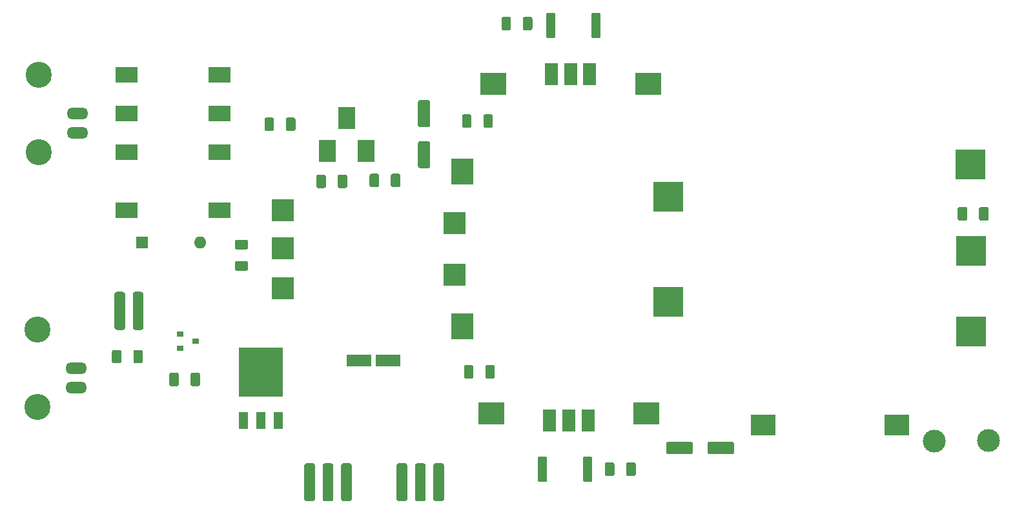
<source format=gts>
G04 #@! TF.GenerationSoftware,KiCad,Pcbnew,(5.1.5)-3*
G04 #@! TF.CreationDate,2022-01-19T16:01:21-06:00*
G04 #@! TF.ProjectId,70W-Amplifier,3730572d-416d-4706-9c69-666965722e6b,rev?*
G04 #@! TF.SameCoordinates,Original*
G04 #@! TF.FileFunction,Soldermask,Top*
G04 #@! TF.FilePolarity,Negative*
%FSLAX46Y46*%
G04 Gerber Fmt 4.6, Leading zero omitted, Abs format (unit mm)*
G04 Created by KiCad (PCBNEW (5.1.5)-3) date 2022-01-19 16:01:21*
%MOMM*%
%LPD*%
G04 APERTURE LIST*
%ADD10C,0.100000*%
%ADD11C,3.000000*%
%ADD12R,3.203200X2.703200*%
%ADD13R,3.000000X3.500000*%
%ADD14R,3.500000X3.000000*%
%ADD15R,3.000000X2.000000*%
%ADD16R,2.200000X3.000000*%
%ADD17R,1.750000X3.000000*%
%ADD18R,4.000000X4.000000*%
%ADD19R,0.900000X0.800000*%
%ADD20R,3.000000X3.000000*%
%ADD21R,5.800000X6.400000*%
%ADD22R,1.200000X2.200000*%
%ADD23O,2.819200X1.511200*%
%ADD24C,3.419200*%
%ADD25R,3.250000X1.500000*%
%ADD26O,1.600000X1.600000*%
%ADD27R,1.600000X1.600000*%
G04 APERTURE END LIST*
D10*
G36*
X133574504Y-62351204D02*
G01*
X133598773Y-62354804D01*
X133622571Y-62360765D01*
X133645671Y-62369030D01*
X133667849Y-62379520D01*
X133688893Y-62392133D01*
X133708598Y-62406747D01*
X133726777Y-62423223D01*
X133743253Y-62441402D01*
X133757867Y-62461107D01*
X133770480Y-62482151D01*
X133780970Y-62504329D01*
X133789235Y-62527429D01*
X133795196Y-62551227D01*
X133798796Y-62575496D01*
X133800000Y-62600000D01*
X133800000Y-65600000D01*
X133798796Y-65624504D01*
X133795196Y-65648773D01*
X133789235Y-65672571D01*
X133780970Y-65695671D01*
X133770480Y-65717849D01*
X133757867Y-65738893D01*
X133743253Y-65758598D01*
X133726777Y-65776777D01*
X133708598Y-65793253D01*
X133688893Y-65807867D01*
X133667849Y-65820480D01*
X133645671Y-65830970D01*
X133622571Y-65839235D01*
X133598773Y-65845196D01*
X133574504Y-65848796D01*
X133550000Y-65850000D01*
X132450000Y-65850000D01*
X132425496Y-65848796D01*
X132401227Y-65845196D01*
X132377429Y-65839235D01*
X132354329Y-65830970D01*
X132332151Y-65820480D01*
X132311107Y-65807867D01*
X132291402Y-65793253D01*
X132273223Y-65776777D01*
X132256747Y-65758598D01*
X132242133Y-65738893D01*
X132229520Y-65717849D01*
X132219030Y-65695671D01*
X132210765Y-65672571D01*
X132204804Y-65648773D01*
X132201204Y-65624504D01*
X132200000Y-65600000D01*
X132200000Y-62600000D01*
X132201204Y-62575496D01*
X132204804Y-62551227D01*
X132210765Y-62527429D01*
X132219030Y-62504329D01*
X132229520Y-62482151D01*
X132242133Y-62461107D01*
X132256747Y-62441402D01*
X132273223Y-62423223D01*
X132291402Y-62406747D01*
X132311107Y-62392133D01*
X132332151Y-62379520D01*
X132354329Y-62369030D01*
X132377429Y-62360765D01*
X132401227Y-62354804D01*
X132425496Y-62351204D01*
X132450000Y-62350000D01*
X133550000Y-62350000D01*
X133574504Y-62351204D01*
G37*
G36*
X133574504Y-67751204D02*
G01*
X133598773Y-67754804D01*
X133622571Y-67760765D01*
X133645671Y-67769030D01*
X133667849Y-67779520D01*
X133688893Y-67792133D01*
X133708598Y-67806747D01*
X133726777Y-67823223D01*
X133743253Y-67841402D01*
X133757867Y-67861107D01*
X133770480Y-67882151D01*
X133780970Y-67904329D01*
X133789235Y-67927429D01*
X133795196Y-67951227D01*
X133798796Y-67975496D01*
X133800000Y-68000000D01*
X133800000Y-71000000D01*
X133798796Y-71024504D01*
X133795196Y-71048773D01*
X133789235Y-71072571D01*
X133780970Y-71095671D01*
X133770480Y-71117849D01*
X133757867Y-71138893D01*
X133743253Y-71158598D01*
X133726777Y-71176777D01*
X133708598Y-71193253D01*
X133688893Y-71207867D01*
X133667849Y-71220480D01*
X133645671Y-71230970D01*
X133622571Y-71239235D01*
X133598773Y-71245196D01*
X133574504Y-71248796D01*
X133550000Y-71250000D01*
X132450000Y-71250000D01*
X132425496Y-71248796D01*
X132401227Y-71245196D01*
X132377429Y-71239235D01*
X132354329Y-71230970D01*
X132332151Y-71220480D01*
X132311107Y-71207867D01*
X132291402Y-71193253D01*
X132273223Y-71176777D01*
X132256747Y-71158598D01*
X132242133Y-71138893D01*
X132229520Y-71117849D01*
X132219030Y-71095671D01*
X132210765Y-71072571D01*
X132204804Y-71048773D01*
X132201204Y-71024504D01*
X132200000Y-71000000D01*
X132200000Y-68000000D01*
X132201204Y-67975496D01*
X132204804Y-67951227D01*
X132210765Y-67927429D01*
X132219030Y-67904329D01*
X132229520Y-67882151D01*
X132242133Y-67861107D01*
X132256747Y-67841402D01*
X132273223Y-67823223D01*
X132291402Y-67806747D01*
X132311107Y-67792133D01*
X132332151Y-67779520D01*
X132354329Y-67769030D01*
X132377429Y-67760765D01*
X132401227Y-67754804D01*
X132425496Y-67751204D01*
X132450000Y-67750000D01*
X133550000Y-67750000D01*
X133574504Y-67751204D01*
G37*
G36*
X93484306Y-87501685D02*
G01*
X93518282Y-87506725D01*
X93551600Y-87515071D01*
X93583939Y-87526642D01*
X93614989Y-87541328D01*
X93644450Y-87558986D01*
X93672038Y-87579446D01*
X93697487Y-87602513D01*
X93720554Y-87627962D01*
X93741014Y-87655550D01*
X93758672Y-87685011D01*
X93773358Y-87716061D01*
X93784929Y-87748400D01*
X93793275Y-87781718D01*
X93798315Y-87815694D01*
X93800000Y-87850000D01*
X93800000Y-92150000D01*
X93798315Y-92184306D01*
X93793275Y-92218282D01*
X93784929Y-92251600D01*
X93773358Y-92283939D01*
X93758672Y-92314989D01*
X93741014Y-92344450D01*
X93720554Y-92372038D01*
X93697487Y-92397487D01*
X93672038Y-92420554D01*
X93644450Y-92441014D01*
X93614989Y-92458672D01*
X93583939Y-92473358D01*
X93551600Y-92484929D01*
X93518282Y-92493275D01*
X93484306Y-92498315D01*
X93450000Y-92500000D01*
X92750000Y-92500000D01*
X92715694Y-92498315D01*
X92681718Y-92493275D01*
X92648400Y-92484929D01*
X92616061Y-92473358D01*
X92585011Y-92458672D01*
X92555550Y-92441014D01*
X92527962Y-92420554D01*
X92502513Y-92397487D01*
X92479446Y-92372038D01*
X92458986Y-92344450D01*
X92441328Y-92314989D01*
X92426642Y-92283939D01*
X92415071Y-92251600D01*
X92406725Y-92218282D01*
X92401685Y-92184306D01*
X92400000Y-92150000D01*
X92400000Y-87850000D01*
X92401685Y-87815694D01*
X92406725Y-87781718D01*
X92415071Y-87748400D01*
X92426642Y-87716061D01*
X92441328Y-87685011D01*
X92458986Y-87655550D01*
X92479446Y-87627962D01*
X92502513Y-87602513D01*
X92527962Y-87579446D01*
X92555550Y-87558986D01*
X92585011Y-87541328D01*
X92616061Y-87526642D01*
X92648400Y-87515071D01*
X92681718Y-87506725D01*
X92715694Y-87501685D01*
X92750000Y-87500000D01*
X93450000Y-87500000D01*
X93484306Y-87501685D01*
G37*
G36*
X95884306Y-87501685D02*
G01*
X95918282Y-87506725D01*
X95951600Y-87515071D01*
X95983939Y-87526642D01*
X96014989Y-87541328D01*
X96044450Y-87558986D01*
X96072038Y-87579446D01*
X96097487Y-87602513D01*
X96120554Y-87627962D01*
X96141014Y-87655550D01*
X96158672Y-87685011D01*
X96173358Y-87716061D01*
X96184929Y-87748400D01*
X96193275Y-87781718D01*
X96198315Y-87815694D01*
X96200000Y-87850000D01*
X96200000Y-92150000D01*
X96198315Y-92184306D01*
X96193275Y-92218282D01*
X96184929Y-92251600D01*
X96173358Y-92283939D01*
X96158672Y-92314989D01*
X96141014Y-92344450D01*
X96120554Y-92372038D01*
X96097487Y-92397487D01*
X96072038Y-92420554D01*
X96044450Y-92441014D01*
X96014989Y-92458672D01*
X95983939Y-92473358D01*
X95951600Y-92484929D01*
X95918282Y-92493275D01*
X95884306Y-92498315D01*
X95850000Y-92500000D01*
X95150000Y-92500000D01*
X95115694Y-92498315D01*
X95081718Y-92493275D01*
X95048400Y-92484929D01*
X95016061Y-92473358D01*
X94985011Y-92458672D01*
X94955550Y-92441014D01*
X94927962Y-92420554D01*
X94902513Y-92397487D01*
X94879446Y-92372038D01*
X94858986Y-92344450D01*
X94841328Y-92314989D01*
X94826642Y-92283939D01*
X94815071Y-92251600D01*
X94806725Y-92218282D01*
X94801685Y-92184306D01*
X94800000Y-92150000D01*
X94800000Y-87850000D01*
X94801685Y-87815694D01*
X94806725Y-87781718D01*
X94815071Y-87748400D01*
X94826642Y-87716061D01*
X94841328Y-87685011D01*
X94858986Y-87655550D01*
X94879446Y-87627962D01*
X94902513Y-87602513D01*
X94927962Y-87579446D01*
X94955550Y-87558986D01*
X94985011Y-87541328D01*
X95016061Y-87526642D01*
X95048400Y-87515071D01*
X95081718Y-87506725D01*
X95115694Y-87501685D01*
X95150000Y-87500000D01*
X95850000Y-87500000D01*
X95884306Y-87501685D01*
G37*
D11*
X199900000Y-107100000D03*
X207000000Y-107000000D03*
D12*
X177500000Y-105000000D03*
X195026000Y-105000000D03*
D13*
X138000000Y-71680000D03*
X138000000Y-92000000D03*
D14*
X141854000Y-103500000D03*
X162174000Y-103500000D03*
X142092000Y-60158000D03*
X162412000Y-60158000D03*
D15*
X94000000Y-69160000D03*
X94000000Y-64080000D03*
X94000000Y-59000000D03*
X106192000Y-59000000D03*
X106192000Y-64080000D03*
X106192000Y-69160000D03*
X94000000Y-76780000D03*
X106192000Y-76780000D03*
D16*
X122834000Y-64714000D03*
X125374000Y-69032000D03*
X120294000Y-69032000D03*
D10*
G36*
X148914505Y-109110204D02*
G01*
X148938773Y-109113804D01*
X148962572Y-109119765D01*
X148985671Y-109128030D01*
X149007850Y-109138520D01*
X149028893Y-109151132D01*
X149048599Y-109165747D01*
X149066777Y-109182223D01*
X149083253Y-109200401D01*
X149097868Y-109220107D01*
X149110480Y-109241150D01*
X149120970Y-109263329D01*
X149129235Y-109286428D01*
X149135196Y-109310227D01*
X149138796Y-109334495D01*
X149140000Y-109358999D01*
X149140000Y-112209001D01*
X149138796Y-112233505D01*
X149135196Y-112257773D01*
X149129235Y-112281572D01*
X149120970Y-112304671D01*
X149110480Y-112326850D01*
X149097868Y-112347893D01*
X149083253Y-112367599D01*
X149066777Y-112385777D01*
X149048599Y-112402253D01*
X149028893Y-112416868D01*
X149007850Y-112429480D01*
X148985671Y-112439970D01*
X148962572Y-112448235D01*
X148938773Y-112454196D01*
X148914505Y-112457796D01*
X148890001Y-112459000D01*
X148164999Y-112459000D01*
X148140495Y-112457796D01*
X148116227Y-112454196D01*
X148092428Y-112448235D01*
X148069329Y-112439970D01*
X148047150Y-112429480D01*
X148026107Y-112416868D01*
X148006401Y-112402253D01*
X147988223Y-112385777D01*
X147971747Y-112367599D01*
X147957132Y-112347893D01*
X147944520Y-112326850D01*
X147934030Y-112304671D01*
X147925765Y-112281572D01*
X147919804Y-112257773D01*
X147916204Y-112233505D01*
X147915000Y-112209001D01*
X147915000Y-109358999D01*
X147916204Y-109334495D01*
X147919804Y-109310227D01*
X147925765Y-109286428D01*
X147934030Y-109263329D01*
X147944520Y-109241150D01*
X147957132Y-109220107D01*
X147971747Y-109200401D01*
X147988223Y-109182223D01*
X148006401Y-109165747D01*
X148026107Y-109151132D01*
X148047150Y-109138520D01*
X148069329Y-109128030D01*
X148092428Y-109119765D01*
X148116227Y-109113804D01*
X148140495Y-109110204D01*
X148164999Y-109109000D01*
X148890001Y-109109000D01*
X148914505Y-109110204D01*
G37*
G36*
X154839505Y-109110204D02*
G01*
X154863773Y-109113804D01*
X154887572Y-109119765D01*
X154910671Y-109128030D01*
X154932850Y-109138520D01*
X154953893Y-109151132D01*
X154973599Y-109165747D01*
X154991777Y-109182223D01*
X155008253Y-109200401D01*
X155022868Y-109220107D01*
X155035480Y-109241150D01*
X155045970Y-109263329D01*
X155054235Y-109286428D01*
X155060196Y-109310227D01*
X155063796Y-109334495D01*
X155065000Y-109358999D01*
X155065000Y-112209001D01*
X155063796Y-112233505D01*
X155060196Y-112257773D01*
X155054235Y-112281572D01*
X155045970Y-112304671D01*
X155035480Y-112326850D01*
X155022868Y-112347893D01*
X155008253Y-112367599D01*
X154991777Y-112385777D01*
X154973599Y-112402253D01*
X154953893Y-112416868D01*
X154932850Y-112429480D01*
X154910671Y-112439970D01*
X154887572Y-112448235D01*
X154863773Y-112454196D01*
X154839505Y-112457796D01*
X154815001Y-112459000D01*
X154089999Y-112459000D01*
X154065495Y-112457796D01*
X154041227Y-112454196D01*
X154017428Y-112448235D01*
X153994329Y-112439970D01*
X153972150Y-112429480D01*
X153951107Y-112416868D01*
X153931401Y-112402253D01*
X153913223Y-112385777D01*
X153896747Y-112367599D01*
X153882132Y-112347893D01*
X153869520Y-112326850D01*
X153859030Y-112304671D01*
X153850765Y-112281572D01*
X153844804Y-112257773D01*
X153841204Y-112233505D01*
X153840000Y-112209001D01*
X153840000Y-109358999D01*
X153841204Y-109334495D01*
X153844804Y-109310227D01*
X153850765Y-109286428D01*
X153859030Y-109263329D01*
X153869520Y-109241150D01*
X153882132Y-109220107D01*
X153896747Y-109200401D01*
X153913223Y-109182223D01*
X153931401Y-109165747D01*
X153951107Y-109151132D01*
X153972150Y-109138520D01*
X153994329Y-109128030D01*
X154017428Y-109119765D01*
X154041227Y-109113804D01*
X154065495Y-109110204D01*
X154089999Y-109109000D01*
X154815001Y-109109000D01*
X154839505Y-109110204D01*
G37*
G36*
X155928005Y-50864204D02*
G01*
X155952273Y-50867804D01*
X155976072Y-50873765D01*
X155999171Y-50882030D01*
X156021350Y-50892520D01*
X156042393Y-50905132D01*
X156062099Y-50919747D01*
X156080277Y-50936223D01*
X156096753Y-50954401D01*
X156111368Y-50974107D01*
X156123980Y-50995150D01*
X156134470Y-51017329D01*
X156142735Y-51040428D01*
X156148696Y-51064227D01*
X156152296Y-51088495D01*
X156153500Y-51112999D01*
X156153500Y-53963001D01*
X156152296Y-53987505D01*
X156148696Y-54011773D01*
X156142735Y-54035572D01*
X156134470Y-54058671D01*
X156123980Y-54080850D01*
X156111368Y-54101893D01*
X156096753Y-54121599D01*
X156080277Y-54139777D01*
X156062099Y-54156253D01*
X156042393Y-54170868D01*
X156021350Y-54183480D01*
X155999171Y-54193970D01*
X155976072Y-54202235D01*
X155952273Y-54208196D01*
X155928005Y-54211796D01*
X155903501Y-54213000D01*
X155178499Y-54213000D01*
X155153995Y-54211796D01*
X155129727Y-54208196D01*
X155105928Y-54202235D01*
X155082829Y-54193970D01*
X155060650Y-54183480D01*
X155039607Y-54170868D01*
X155019901Y-54156253D01*
X155001723Y-54139777D01*
X154985247Y-54121599D01*
X154970632Y-54101893D01*
X154958020Y-54080850D01*
X154947530Y-54058671D01*
X154939265Y-54035572D01*
X154933304Y-54011773D01*
X154929704Y-53987505D01*
X154928500Y-53963001D01*
X154928500Y-51112999D01*
X154929704Y-51088495D01*
X154933304Y-51064227D01*
X154939265Y-51040428D01*
X154947530Y-51017329D01*
X154958020Y-50995150D01*
X154970632Y-50974107D01*
X154985247Y-50954401D01*
X155001723Y-50936223D01*
X155019901Y-50919747D01*
X155039607Y-50905132D01*
X155060650Y-50892520D01*
X155082829Y-50882030D01*
X155105928Y-50873765D01*
X155129727Y-50867804D01*
X155153995Y-50864204D01*
X155178499Y-50863000D01*
X155903501Y-50863000D01*
X155928005Y-50864204D01*
G37*
G36*
X150003005Y-50864204D02*
G01*
X150027273Y-50867804D01*
X150051072Y-50873765D01*
X150074171Y-50882030D01*
X150096350Y-50892520D01*
X150117393Y-50905132D01*
X150137099Y-50919747D01*
X150155277Y-50936223D01*
X150171753Y-50954401D01*
X150186368Y-50974107D01*
X150198980Y-50995150D01*
X150209470Y-51017329D01*
X150217735Y-51040428D01*
X150223696Y-51064227D01*
X150227296Y-51088495D01*
X150228500Y-51112999D01*
X150228500Y-53963001D01*
X150227296Y-53987505D01*
X150223696Y-54011773D01*
X150217735Y-54035572D01*
X150209470Y-54058671D01*
X150198980Y-54080850D01*
X150186368Y-54101893D01*
X150171753Y-54121599D01*
X150155277Y-54139777D01*
X150137099Y-54156253D01*
X150117393Y-54170868D01*
X150096350Y-54183480D01*
X150074171Y-54193970D01*
X150051072Y-54202235D01*
X150027273Y-54208196D01*
X150003005Y-54211796D01*
X149978501Y-54213000D01*
X149253499Y-54213000D01*
X149228995Y-54211796D01*
X149204727Y-54208196D01*
X149180928Y-54202235D01*
X149157829Y-54193970D01*
X149135650Y-54183480D01*
X149114607Y-54170868D01*
X149094901Y-54156253D01*
X149076723Y-54139777D01*
X149060247Y-54121599D01*
X149045632Y-54101893D01*
X149033020Y-54080850D01*
X149022530Y-54058671D01*
X149014265Y-54035572D01*
X149008304Y-54011773D01*
X149004704Y-53987505D01*
X149003500Y-53963001D01*
X149003500Y-51112999D01*
X149004704Y-51088495D01*
X149008304Y-51064227D01*
X149014265Y-51040428D01*
X149022530Y-51017329D01*
X149033020Y-50995150D01*
X149045632Y-50974107D01*
X149060247Y-50954401D01*
X149076723Y-50936223D01*
X149094901Y-50919747D01*
X149114607Y-50905132D01*
X149135650Y-50892520D01*
X149157829Y-50882030D01*
X149180928Y-50873765D01*
X149204727Y-50867804D01*
X149228995Y-50864204D01*
X149253499Y-50863000D01*
X149978501Y-50863000D01*
X150003005Y-50864204D01*
G37*
G36*
X157731504Y-109910204D02*
G01*
X157755773Y-109913804D01*
X157779571Y-109919765D01*
X157802671Y-109928030D01*
X157824849Y-109938520D01*
X157845893Y-109951133D01*
X157865598Y-109965747D01*
X157883777Y-109982223D01*
X157900253Y-110000402D01*
X157914867Y-110020107D01*
X157927480Y-110041151D01*
X157937970Y-110063329D01*
X157946235Y-110086429D01*
X157952196Y-110110227D01*
X157955796Y-110134496D01*
X157957000Y-110159000D01*
X157957000Y-111409000D01*
X157955796Y-111433504D01*
X157952196Y-111457773D01*
X157946235Y-111481571D01*
X157937970Y-111504671D01*
X157927480Y-111526849D01*
X157914867Y-111547893D01*
X157900253Y-111567598D01*
X157883777Y-111585777D01*
X157865598Y-111602253D01*
X157845893Y-111616867D01*
X157824849Y-111629480D01*
X157802671Y-111639970D01*
X157779571Y-111648235D01*
X157755773Y-111654196D01*
X157731504Y-111657796D01*
X157707000Y-111659000D01*
X156957000Y-111659000D01*
X156932496Y-111657796D01*
X156908227Y-111654196D01*
X156884429Y-111648235D01*
X156861329Y-111639970D01*
X156839151Y-111629480D01*
X156818107Y-111616867D01*
X156798402Y-111602253D01*
X156780223Y-111585777D01*
X156763747Y-111567598D01*
X156749133Y-111547893D01*
X156736520Y-111526849D01*
X156726030Y-111504671D01*
X156717765Y-111481571D01*
X156711804Y-111457773D01*
X156708204Y-111433504D01*
X156707000Y-111409000D01*
X156707000Y-110159000D01*
X156708204Y-110134496D01*
X156711804Y-110110227D01*
X156717765Y-110086429D01*
X156726030Y-110063329D01*
X156736520Y-110041151D01*
X156749133Y-110020107D01*
X156763747Y-110000402D01*
X156780223Y-109982223D01*
X156798402Y-109965747D01*
X156818107Y-109951133D01*
X156839151Y-109938520D01*
X156861329Y-109928030D01*
X156884429Y-109919765D01*
X156908227Y-109913804D01*
X156932496Y-109910204D01*
X156957000Y-109909000D01*
X157707000Y-109909000D01*
X157731504Y-109910204D01*
G37*
G36*
X160531504Y-109910204D02*
G01*
X160555773Y-109913804D01*
X160579571Y-109919765D01*
X160602671Y-109928030D01*
X160624849Y-109938520D01*
X160645893Y-109951133D01*
X160665598Y-109965747D01*
X160683777Y-109982223D01*
X160700253Y-110000402D01*
X160714867Y-110020107D01*
X160727480Y-110041151D01*
X160737970Y-110063329D01*
X160746235Y-110086429D01*
X160752196Y-110110227D01*
X160755796Y-110134496D01*
X160757000Y-110159000D01*
X160757000Y-111409000D01*
X160755796Y-111433504D01*
X160752196Y-111457773D01*
X160746235Y-111481571D01*
X160737970Y-111504671D01*
X160727480Y-111526849D01*
X160714867Y-111547893D01*
X160700253Y-111567598D01*
X160683777Y-111585777D01*
X160665598Y-111602253D01*
X160645893Y-111616867D01*
X160624849Y-111629480D01*
X160602671Y-111639970D01*
X160579571Y-111648235D01*
X160555773Y-111654196D01*
X160531504Y-111657796D01*
X160507000Y-111659000D01*
X159757000Y-111659000D01*
X159732496Y-111657796D01*
X159708227Y-111654196D01*
X159684429Y-111648235D01*
X159661329Y-111639970D01*
X159639151Y-111629480D01*
X159618107Y-111616867D01*
X159598402Y-111602253D01*
X159580223Y-111585777D01*
X159563747Y-111567598D01*
X159549133Y-111547893D01*
X159536520Y-111526849D01*
X159526030Y-111504671D01*
X159517765Y-111481571D01*
X159511804Y-111457773D01*
X159508204Y-111433504D01*
X159507000Y-111409000D01*
X159507000Y-110159000D01*
X159508204Y-110134496D01*
X159511804Y-110110227D01*
X159517765Y-110086429D01*
X159526030Y-110063329D01*
X159536520Y-110041151D01*
X159549133Y-110020107D01*
X159563747Y-110000402D01*
X159580223Y-109982223D01*
X159598402Y-109965747D01*
X159618107Y-109951133D01*
X159639151Y-109938520D01*
X159661329Y-109928030D01*
X159684429Y-109919765D01*
X159708227Y-109913804D01*
X159732496Y-109910204D01*
X159757000Y-109909000D01*
X160507000Y-109909000D01*
X160531504Y-109910204D01*
G37*
G36*
X146973504Y-51410204D02*
G01*
X146997773Y-51413804D01*
X147021571Y-51419765D01*
X147044671Y-51428030D01*
X147066849Y-51438520D01*
X147087893Y-51451133D01*
X147107598Y-51465747D01*
X147125777Y-51482223D01*
X147142253Y-51500402D01*
X147156867Y-51520107D01*
X147169480Y-51541151D01*
X147179970Y-51563329D01*
X147188235Y-51586429D01*
X147194196Y-51610227D01*
X147197796Y-51634496D01*
X147199000Y-51659000D01*
X147199000Y-52909000D01*
X147197796Y-52933504D01*
X147194196Y-52957773D01*
X147188235Y-52981571D01*
X147179970Y-53004671D01*
X147169480Y-53026849D01*
X147156867Y-53047893D01*
X147142253Y-53067598D01*
X147125777Y-53085777D01*
X147107598Y-53102253D01*
X147087893Y-53116867D01*
X147066849Y-53129480D01*
X147044671Y-53139970D01*
X147021571Y-53148235D01*
X146997773Y-53154196D01*
X146973504Y-53157796D01*
X146949000Y-53159000D01*
X146199000Y-53159000D01*
X146174496Y-53157796D01*
X146150227Y-53154196D01*
X146126429Y-53148235D01*
X146103329Y-53139970D01*
X146081151Y-53129480D01*
X146060107Y-53116867D01*
X146040402Y-53102253D01*
X146022223Y-53085777D01*
X146005747Y-53067598D01*
X145991133Y-53047893D01*
X145978520Y-53026849D01*
X145968030Y-53004671D01*
X145959765Y-52981571D01*
X145953804Y-52957773D01*
X145950204Y-52933504D01*
X145949000Y-52909000D01*
X145949000Y-51659000D01*
X145950204Y-51634496D01*
X145953804Y-51610227D01*
X145959765Y-51586429D01*
X145968030Y-51563329D01*
X145978520Y-51541151D01*
X145991133Y-51520107D01*
X146005747Y-51500402D01*
X146022223Y-51482223D01*
X146040402Y-51465747D01*
X146060107Y-51451133D01*
X146081151Y-51438520D01*
X146103329Y-51428030D01*
X146126429Y-51419765D01*
X146150227Y-51413804D01*
X146174496Y-51410204D01*
X146199000Y-51409000D01*
X146949000Y-51409000D01*
X146973504Y-51410204D01*
G37*
G36*
X144173504Y-51410204D02*
G01*
X144197773Y-51413804D01*
X144221571Y-51419765D01*
X144244671Y-51428030D01*
X144266849Y-51438520D01*
X144287893Y-51451133D01*
X144307598Y-51465747D01*
X144325777Y-51482223D01*
X144342253Y-51500402D01*
X144356867Y-51520107D01*
X144369480Y-51541151D01*
X144379970Y-51563329D01*
X144388235Y-51586429D01*
X144394196Y-51610227D01*
X144397796Y-51634496D01*
X144399000Y-51659000D01*
X144399000Y-52909000D01*
X144397796Y-52933504D01*
X144394196Y-52957773D01*
X144388235Y-52981571D01*
X144379970Y-53004671D01*
X144369480Y-53026849D01*
X144356867Y-53047893D01*
X144342253Y-53067598D01*
X144325777Y-53085777D01*
X144307598Y-53102253D01*
X144287893Y-53116867D01*
X144266849Y-53129480D01*
X144244671Y-53139970D01*
X144221571Y-53148235D01*
X144197773Y-53154196D01*
X144173504Y-53157796D01*
X144149000Y-53159000D01*
X143399000Y-53159000D01*
X143374496Y-53157796D01*
X143350227Y-53154196D01*
X143326429Y-53148235D01*
X143303329Y-53139970D01*
X143281151Y-53129480D01*
X143260107Y-53116867D01*
X143240402Y-53102253D01*
X143222223Y-53085777D01*
X143205747Y-53067598D01*
X143191133Y-53047893D01*
X143178520Y-53026849D01*
X143168030Y-53004671D01*
X143159765Y-52981571D01*
X143153804Y-52957773D01*
X143150204Y-52933504D01*
X143149000Y-52909000D01*
X143149000Y-51659000D01*
X143150204Y-51634496D01*
X143153804Y-51610227D01*
X143159765Y-51586429D01*
X143168030Y-51563329D01*
X143178520Y-51541151D01*
X143191133Y-51520107D01*
X143205747Y-51500402D01*
X143222223Y-51482223D01*
X143240402Y-51465747D01*
X143260107Y-51451133D01*
X143281151Y-51438520D01*
X143303329Y-51428030D01*
X143326429Y-51419765D01*
X143350227Y-51413804D01*
X143374496Y-51410204D01*
X143399000Y-51409000D01*
X144149000Y-51409000D01*
X144173504Y-51410204D01*
G37*
D17*
X154500000Y-104434000D03*
X151970160Y-104434000D03*
X149473340Y-104434000D03*
X149661200Y-58888000D03*
X152191040Y-58888000D03*
X154687860Y-58888000D03*
D18*
X165000000Y-75000000D03*
X165000000Y-88800000D03*
X204600000Y-70800000D03*
X204700000Y-82100000D03*
X204700000Y-92700000D03*
D10*
G36*
X118384306Y-110001685D02*
G01*
X118418282Y-110006725D01*
X118451600Y-110015071D01*
X118483939Y-110026642D01*
X118514989Y-110041328D01*
X118544450Y-110058986D01*
X118572038Y-110079446D01*
X118597487Y-110102513D01*
X118620554Y-110127962D01*
X118641014Y-110155550D01*
X118658672Y-110185011D01*
X118673358Y-110216061D01*
X118684929Y-110248400D01*
X118693275Y-110281718D01*
X118698315Y-110315694D01*
X118700000Y-110350000D01*
X118700000Y-114650000D01*
X118698315Y-114684306D01*
X118693275Y-114718282D01*
X118684929Y-114751600D01*
X118673358Y-114783939D01*
X118658672Y-114814989D01*
X118641014Y-114844450D01*
X118620554Y-114872038D01*
X118597487Y-114897487D01*
X118572038Y-114920554D01*
X118544450Y-114941014D01*
X118514989Y-114958672D01*
X118483939Y-114973358D01*
X118451600Y-114984929D01*
X118418282Y-114993275D01*
X118384306Y-114998315D01*
X118350000Y-115000000D01*
X117650000Y-115000000D01*
X117615694Y-114998315D01*
X117581718Y-114993275D01*
X117548400Y-114984929D01*
X117516061Y-114973358D01*
X117485011Y-114958672D01*
X117455550Y-114941014D01*
X117427962Y-114920554D01*
X117402513Y-114897487D01*
X117379446Y-114872038D01*
X117358986Y-114844450D01*
X117341328Y-114814989D01*
X117326642Y-114783939D01*
X117315071Y-114751600D01*
X117306725Y-114718282D01*
X117301685Y-114684306D01*
X117300000Y-114650000D01*
X117300000Y-110350000D01*
X117301685Y-110315694D01*
X117306725Y-110281718D01*
X117315071Y-110248400D01*
X117326642Y-110216061D01*
X117341328Y-110185011D01*
X117358986Y-110155550D01*
X117379446Y-110127962D01*
X117402513Y-110102513D01*
X117427962Y-110079446D01*
X117455550Y-110058986D01*
X117485011Y-110041328D01*
X117516061Y-110026642D01*
X117548400Y-110015071D01*
X117581718Y-110006725D01*
X117615694Y-110001685D01*
X117650000Y-110000000D01*
X118350000Y-110000000D01*
X118384306Y-110001685D01*
G37*
G36*
X123212846Y-110009305D02*
G01*
X123246822Y-110014345D01*
X123280140Y-110022691D01*
X123312479Y-110034262D01*
X123343529Y-110048948D01*
X123372990Y-110066606D01*
X123400578Y-110087066D01*
X123426027Y-110110133D01*
X123449094Y-110135582D01*
X123469554Y-110163170D01*
X123487212Y-110192631D01*
X123501898Y-110223681D01*
X123513469Y-110256020D01*
X123521815Y-110289338D01*
X123526855Y-110323314D01*
X123528540Y-110357620D01*
X123528540Y-114657620D01*
X123526855Y-114691926D01*
X123521815Y-114725902D01*
X123513469Y-114759220D01*
X123501898Y-114791559D01*
X123487212Y-114822609D01*
X123469554Y-114852070D01*
X123449094Y-114879658D01*
X123426027Y-114905107D01*
X123400578Y-114928174D01*
X123372990Y-114948634D01*
X123343529Y-114966292D01*
X123312479Y-114980978D01*
X123280140Y-114992549D01*
X123246822Y-115000895D01*
X123212846Y-115005935D01*
X123178540Y-115007620D01*
X122478540Y-115007620D01*
X122444234Y-115005935D01*
X122410258Y-115000895D01*
X122376940Y-114992549D01*
X122344601Y-114980978D01*
X122313551Y-114966292D01*
X122284090Y-114948634D01*
X122256502Y-114928174D01*
X122231053Y-114905107D01*
X122207986Y-114879658D01*
X122187526Y-114852070D01*
X122169868Y-114822609D01*
X122155182Y-114791559D01*
X122143611Y-114759220D01*
X122135265Y-114725902D01*
X122130225Y-114691926D01*
X122128540Y-114657620D01*
X122128540Y-110357620D01*
X122130225Y-110323314D01*
X122135265Y-110289338D01*
X122143611Y-110256020D01*
X122155182Y-110223681D01*
X122169868Y-110192631D01*
X122187526Y-110163170D01*
X122207986Y-110135582D01*
X122231053Y-110110133D01*
X122256502Y-110087066D01*
X122284090Y-110066606D01*
X122313551Y-110048948D01*
X122344601Y-110034262D01*
X122376940Y-110022691D01*
X122410258Y-110014345D01*
X122444234Y-110009305D01*
X122478540Y-110007620D01*
X123178540Y-110007620D01*
X123212846Y-110009305D01*
G37*
G36*
X118363986Y-110014385D02*
G01*
X118397962Y-110019425D01*
X118431280Y-110027771D01*
X118463619Y-110039342D01*
X118494669Y-110054028D01*
X118524130Y-110071686D01*
X118551718Y-110092146D01*
X118577167Y-110115213D01*
X118600234Y-110140662D01*
X118620694Y-110168250D01*
X118638352Y-110197711D01*
X118653038Y-110228761D01*
X118664609Y-110261100D01*
X118672955Y-110294418D01*
X118677995Y-110328394D01*
X118679680Y-110362700D01*
X118679680Y-114662700D01*
X118677995Y-114697006D01*
X118672955Y-114730982D01*
X118664609Y-114764300D01*
X118653038Y-114796639D01*
X118638352Y-114827689D01*
X118620694Y-114857150D01*
X118600234Y-114884738D01*
X118577167Y-114910187D01*
X118551718Y-114933254D01*
X118524130Y-114953714D01*
X118494669Y-114971372D01*
X118463619Y-114986058D01*
X118431280Y-114997629D01*
X118397962Y-115005975D01*
X118363986Y-115011015D01*
X118329680Y-115012700D01*
X117629680Y-115012700D01*
X117595374Y-115011015D01*
X117561398Y-115005975D01*
X117528080Y-114997629D01*
X117495741Y-114986058D01*
X117464691Y-114971372D01*
X117435230Y-114953714D01*
X117407642Y-114933254D01*
X117382193Y-114910187D01*
X117359126Y-114884738D01*
X117338666Y-114857150D01*
X117321008Y-114827689D01*
X117306322Y-114796639D01*
X117294751Y-114764300D01*
X117286405Y-114730982D01*
X117281365Y-114697006D01*
X117279680Y-114662700D01*
X117279680Y-110362700D01*
X117281365Y-110328394D01*
X117286405Y-110294418D01*
X117294751Y-110261100D01*
X117306322Y-110228761D01*
X117321008Y-110197711D01*
X117338666Y-110168250D01*
X117359126Y-110140662D01*
X117382193Y-110115213D01*
X117407642Y-110092146D01*
X117435230Y-110071686D01*
X117464691Y-110054028D01*
X117495741Y-110039342D01*
X117528080Y-110027771D01*
X117561398Y-110019425D01*
X117595374Y-110014385D01*
X117629680Y-110012700D01*
X118329680Y-110012700D01*
X118363986Y-110014385D01*
G37*
G36*
X123205226Y-109996605D02*
G01*
X123239202Y-110001645D01*
X123272520Y-110009991D01*
X123304859Y-110021562D01*
X123335909Y-110036248D01*
X123365370Y-110053906D01*
X123392958Y-110074366D01*
X123418407Y-110097433D01*
X123441474Y-110122882D01*
X123461934Y-110150470D01*
X123479592Y-110179931D01*
X123494278Y-110210981D01*
X123505849Y-110243320D01*
X123514195Y-110276638D01*
X123519235Y-110310614D01*
X123520920Y-110344920D01*
X123520920Y-114644920D01*
X123519235Y-114679226D01*
X123514195Y-114713202D01*
X123505849Y-114746520D01*
X123494278Y-114778859D01*
X123479592Y-114809909D01*
X123461934Y-114839370D01*
X123441474Y-114866958D01*
X123418407Y-114892407D01*
X123392958Y-114915474D01*
X123365370Y-114935934D01*
X123335909Y-114953592D01*
X123304859Y-114968278D01*
X123272520Y-114979849D01*
X123239202Y-114988195D01*
X123205226Y-114993235D01*
X123170920Y-114994920D01*
X122470920Y-114994920D01*
X122436614Y-114993235D01*
X122402638Y-114988195D01*
X122369320Y-114979849D01*
X122336981Y-114968278D01*
X122305931Y-114953592D01*
X122276470Y-114935934D01*
X122248882Y-114915474D01*
X122223433Y-114892407D01*
X122200366Y-114866958D01*
X122179906Y-114839370D01*
X122162248Y-114809909D01*
X122147562Y-114778859D01*
X122135991Y-114746520D01*
X122127645Y-114713202D01*
X122122605Y-114679226D01*
X122120920Y-114644920D01*
X122120920Y-110344920D01*
X122122605Y-110310614D01*
X122127645Y-110276638D01*
X122135991Y-110243320D01*
X122147562Y-110210981D01*
X122162248Y-110179931D01*
X122179906Y-110150470D01*
X122200366Y-110122882D01*
X122223433Y-110097433D01*
X122248882Y-110074366D01*
X122276470Y-110053906D01*
X122305931Y-110036248D01*
X122336981Y-110021562D01*
X122369320Y-110009991D01*
X122402638Y-110001645D01*
X122436614Y-109996605D01*
X122470920Y-109994920D01*
X123170920Y-109994920D01*
X123205226Y-109996605D01*
G37*
G36*
X120784606Y-110014385D02*
G01*
X120818582Y-110019425D01*
X120851900Y-110027771D01*
X120884239Y-110039342D01*
X120915289Y-110054028D01*
X120944750Y-110071686D01*
X120972338Y-110092146D01*
X120997787Y-110115213D01*
X121020854Y-110140662D01*
X121041314Y-110168250D01*
X121058972Y-110197711D01*
X121073658Y-110228761D01*
X121085229Y-110261100D01*
X121093575Y-110294418D01*
X121098615Y-110328394D01*
X121100300Y-110362700D01*
X121100300Y-114662700D01*
X121098615Y-114697006D01*
X121093575Y-114730982D01*
X121085229Y-114764300D01*
X121073658Y-114796639D01*
X121058972Y-114827689D01*
X121041314Y-114857150D01*
X121020854Y-114884738D01*
X120997787Y-114910187D01*
X120972338Y-114933254D01*
X120944750Y-114953714D01*
X120915289Y-114971372D01*
X120884239Y-114986058D01*
X120851900Y-114997629D01*
X120818582Y-115005975D01*
X120784606Y-115011015D01*
X120750300Y-115012700D01*
X120050300Y-115012700D01*
X120015994Y-115011015D01*
X119982018Y-115005975D01*
X119948700Y-114997629D01*
X119916361Y-114986058D01*
X119885311Y-114971372D01*
X119855850Y-114953714D01*
X119828262Y-114933254D01*
X119802813Y-114910187D01*
X119779746Y-114884738D01*
X119759286Y-114857150D01*
X119741628Y-114827689D01*
X119726942Y-114796639D01*
X119715371Y-114764300D01*
X119707025Y-114730982D01*
X119701985Y-114697006D01*
X119700300Y-114662700D01*
X119700300Y-110362700D01*
X119701985Y-110328394D01*
X119707025Y-110294418D01*
X119715371Y-110261100D01*
X119726942Y-110228761D01*
X119741628Y-110197711D01*
X119759286Y-110168250D01*
X119779746Y-110140662D01*
X119802813Y-110115213D01*
X119828262Y-110092146D01*
X119855850Y-110071686D01*
X119885311Y-110054028D01*
X119916361Y-110039342D01*
X119948700Y-110027771D01*
X119982018Y-110019425D01*
X120015994Y-110014385D01*
X120050300Y-110012700D01*
X120750300Y-110012700D01*
X120784606Y-110014385D01*
G37*
G36*
X130484006Y-109988985D02*
G01*
X130517982Y-109994025D01*
X130551300Y-110002371D01*
X130583639Y-110013942D01*
X130614689Y-110028628D01*
X130644150Y-110046286D01*
X130671738Y-110066746D01*
X130697187Y-110089813D01*
X130720254Y-110115262D01*
X130740714Y-110142850D01*
X130758372Y-110172311D01*
X130773058Y-110203361D01*
X130784629Y-110235700D01*
X130792975Y-110269018D01*
X130798015Y-110302994D01*
X130799700Y-110337300D01*
X130799700Y-114637300D01*
X130798015Y-114671606D01*
X130792975Y-114705582D01*
X130784629Y-114738900D01*
X130773058Y-114771239D01*
X130758372Y-114802289D01*
X130740714Y-114831750D01*
X130720254Y-114859338D01*
X130697187Y-114884787D01*
X130671738Y-114907854D01*
X130644150Y-114928314D01*
X130614689Y-114945972D01*
X130583639Y-114960658D01*
X130551300Y-114972229D01*
X130517982Y-114980575D01*
X130484006Y-114985615D01*
X130449700Y-114987300D01*
X129749700Y-114987300D01*
X129715394Y-114985615D01*
X129681418Y-114980575D01*
X129648100Y-114972229D01*
X129615761Y-114960658D01*
X129584711Y-114945972D01*
X129555250Y-114928314D01*
X129527662Y-114907854D01*
X129502213Y-114884787D01*
X129479146Y-114859338D01*
X129458686Y-114831750D01*
X129441028Y-114802289D01*
X129426342Y-114771239D01*
X129414771Y-114738900D01*
X129406425Y-114705582D01*
X129401385Y-114671606D01*
X129399700Y-114637300D01*
X129399700Y-110337300D01*
X129401385Y-110302994D01*
X129406425Y-110269018D01*
X129414771Y-110235700D01*
X129426342Y-110203361D01*
X129441028Y-110172311D01*
X129458686Y-110142850D01*
X129479146Y-110115262D01*
X129502213Y-110089813D01*
X129527662Y-110066746D01*
X129555250Y-110046286D01*
X129584711Y-110028628D01*
X129615761Y-110013942D01*
X129648100Y-110002371D01*
X129681418Y-109994025D01*
X129715394Y-109988985D01*
X129749700Y-109987300D01*
X130449700Y-109987300D01*
X130484006Y-109988985D01*
G37*
G36*
X135312546Y-109996605D02*
G01*
X135346522Y-110001645D01*
X135379840Y-110009991D01*
X135412179Y-110021562D01*
X135443229Y-110036248D01*
X135472690Y-110053906D01*
X135500278Y-110074366D01*
X135525727Y-110097433D01*
X135548794Y-110122882D01*
X135569254Y-110150470D01*
X135586912Y-110179931D01*
X135601598Y-110210981D01*
X135613169Y-110243320D01*
X135621515Y-110276638D01*
X135626555Y-110310614D01*
X135628240Y-110344920D01*
X135628240Y-114644920D01*
X135626555Y-114679226D01*
X135621515Y-114713202D01*
X135613169Y-114746520D01*
X135601598Y-114778859D01*
X135586912Y-114809909D01*
X135569254Y-114839370D01*
X135548794Y-114866958D01*
X135525727Y-114892407D01*
X135500278Y-114915474D01*
X135472690Y-114935934D01*
X135443229Y-114953592D01*
X135412179Y-114968278D01*
X135379840Y-114979849D01*
X135346522Y-114988195D01*
X135312546Y-114993235D01*
X135278240Y-114994920D01*
X134578240Y-114994920D01*
X134543934Y-114993235D01*
X134509958Y-114988195D01*
X134476640Y-114979849D01*
X134444301Y-114968278D01*
X134413251Y-114953592D01*
X134383790Y-114935934D01*
X134356202Y-114915474D01*
X134330753Y-114892407D01*
X134307686Y-114866958D01*
X134287226Y-114839370D01*
X134269568Y-114809909D01*
X134254882Y-114778859D01*
X134243311Y-114746520D01*
X134234965Y-114713202D01*
X134229925Y-114679226D01*
X134228240Y-114644920D01*
X134228240Y-110344920D01*
X134229925Y-110310614D01*
X134234965Y-110276638D01*
X134243311Y-110243320D01*
X134254882Y-110210981D01*
X134269568Y-110179931D01*
X134287226Y-110150470D01*
X134307686Y-110122882D01*
X134330753Y-110097433D01*
X134356202Y-110074366D01*
X134383790Y-110053906D01*
X134413251Y-110036248D01*
X134444301Y-110021562D01*
X134476640Y-110009991D01*
X134509958Y-110001645D01*
X134543934Y-109996605D01*
X134578240Y-109994920D01*
X135278240Y-109994920D01*
X135312546Y-109996605D01*
G37*
G36*
X130463686Y-110001685D02*
G01*
X130497662Y-110006725D01*
X130530980Y-110015071D01*
X130563319Y-110026642D01*
X130594369Y-110041328D01*
X130623830Y-110058986D01*
X130651418Y-110079446D01*
X130676867Y-110102513D01*
X130699934Y-110127962D01*
X130720394Y-110155550D01*
X130738052Y-110185011D01*
X130752738Y-110216061D01*
X130764309Y-110248400D01*
X130772655Y-110281718D01*
X130777695Y-110315694D01*
X130779380Y-110350000D01*
X130779380Y-114650000D01*
X130777695Y-114684306D01*
X130772655Y-114718282D01*
X130764309Y-114751600D01*
X130752738Y-114783939D01*
X130738052Y-114814989D01*
X130720394Y-114844450D01*
X130699934Y-114872038D01*
X130676867Y-114897487D01*
X130651418Y-114920554D01*
X130623830Y-114941014D01*
X130594369Y-114958672D01*
X130563319Y-114973358D01*
X130530980Y-114984929D01*
X130497662Y-114993275D01*
X130463686Y-114998315D01*
X130429380Y-115000000D01*
X129729380Y-115000000D01*
X129695074Y-114998315D01*
X129661098Y-114993275D01*
X129627780Y-114984929D01*
X129595441Y-114973358D01*
X129564391Y-114958672D01*
X129534930Y-114941014D01*
X129507342Y-114920554D01*
X129481893Y-114897487D01*
X129458826Y-114872038D01*
X129438366Y-114844450D01*
X129420708Y-114814989D01*
X129406022Y-114783939D01*
X129394451Y-114751600D01*
X129386105Y-114718282D01*
X129381065Y-114684306D01*
X129379380Y-114650000D01*
X129379380Y-110350000D01*
X129381065Y-110315694D01*
X129386105Y-110281718D01*
X129394451Y-110248400D01*
X129406022Y-110216061D01*
X129420708Y-110185011D01*
X129438366Y-110155550D01*
X129458826Y-110127962D01*
X129481893Y-110102513D01*
X129507342Y-110079446D01*
X129534930Y-110058986D01*
X129564391Y-110041328D01*
X129595441Y-110026642D01*
X129627780Y-110015071D01*
X129661098Y-110006725D01*
X129695074Y-110001685D01*
X129729380Y-110000000D01*
X130429380Y-110000000D01*
X130463686Y-110001685D01*
G37*
G36*
X135304926Y-109983905D02*
G01*
X135338902Y-109988945D01*
X135372220Y-109997291D01*
X135404559Y-110008862D01*
X135435609Y-110023548D01*
X135465070Y-110041206D01*
X135492658Y-110061666D01*
X135518107Y-110084733D01*
X135541174Y-110110182D01*
X135561634Y-110137770D01*
X135579292Y-110167231D01*
X135593978Y-110198281D01*
X135605549Y-110230620D01*
X135613895Y-110263938D01*
X135618935Y-110297914D01*
X135620620Y-110332220D01*
X135620620Y-114632220D01*
X135618935Y-114666526D01*
X135613895Y-114700502D01*
X135605549Y-114733820D01*
X135593978Y-114766159D01*
X135579292Y-114797209D01*
X135561634Y-114826670D01*
X135541174Y-114854258D01*
X135518107Y-114879707D01*
X135492658Y-114902774D01*
X135465070Y-114923234D01*
X135435609Y-114940892D01*
X135404559Y-114955578D01*
X135372220Y-114967149D01*
X135338902Y-114975495D01*
X135304926Y-114980535D01*
X135270620Y-114982220D01*
X134570620Y-114982220D01*
X134536314Y-114980535D01*
X134502338Y-114975495D01*
X134469020Y-114967149D01*
X134436681Y-114955578D01*
X134405631Y-114940892D01*
X134376170Y-114923234D01*
X134348582Y-114902774D01*
X134323133Y-114879707D01*
X134300066Y-114854258D01*
X134279606Y-114826670D01*
X134261948Y-114797209D01*
X134247262Y-114766159D01*
X134235691Y-114733820D01*
X134227345Y-114700502D01*
X134222305Y-114666526D01*
X134220620Y-114632220D01*
X134220620Y-110332220D01*
X134222305Y-110297914D01*
X134227345Y-110263938D01*
X134235691Y-110230620D01*
X134247262Y-110198281D01*
X134261948Y-110167231D01*
X134279606Y-110137770D01*
X134300066Y-110110182D01*
X134323133Y-110084733D01*
X134348582Y-110061666D01*
X134376170Y-110041206D01*
X134405631Y-110023548D01*
X134436681Y-110008862D01*
X134469020Y-109997291D01*
X134502338Y-109988945D01*
X134536314Y-109983905D01*
X134570620Y-109982220D01*
X135270620Y-109982220D01*
X135304926Y-109983905D01*
G37*
G36*
X132884306Y-110001685D02*
G01*
X132918282Y-110006725D01*
X132951600Y-110015071D01*
X132983939Y-110026642D01*
X133014989Y-110041328D01*
X133044450Y-110058986D01*
X133072038Y-110079446D01*
X133097487Y-110102513D01*
X133120554Y-110127962D01*
X133141014Y-110155550D01*
X133158672Y-110185011D01*
X133173358Y-110216061D01*
X133184929Y-110248400D01*
X133193275Y-110281718D01*
X133198315Y-110315694D01*
X133200000Y-110350000D01*
X133200000Y-114650000D01*
X133198315Y-114684306D01*
X133193275Y-114718282D01*
X133184929Y-114751600D01*
X133173358Y-114783939D01*
X133158672Y-114814989D01*
X133141014Y-114844450D01*
X133120554Y-114872038D01*
X133097487Y-114897487D01*
X133072038Y-114920554D01*
X133044450Y-114941014D01*
X133014989Y-114958672D01*
X132983939Y-114973358D01*
X132951600Y-114984929D01*
X132918282Y-114993275D01*
X132884306Y-114998315D01*
X132850000Y-115000000D01*
X132150000Y-115000000D01*
X132115694Y-114998315D01*
X132081718Y-114993275D01*
X132048400Y-114984929D01*
X132016061Y-114973358D01*
X131985011Y-114958672D01*
X131955550Y-114941014D01*
X131927962Y-114920554D01*
X131902513Y-114897487D01*
X131879446Y-114872038D01*
X131858986Y-114844450D01*
X131841328Y-114814989D01*
X131826642Y-114783939D01*
X131815071Y-114751600D01*
X131806725Y-114718282D01*
X131801685Y-114684306D01*
X131800000Y-114650000D01*
X131800000Y-110350000D01*
X131801685Y-110315694D01*
X131806725Y-110281718D01*
X131815071Y-110248400D01*
X131826642Y-110216061D01*
X131841328Y-110185011D01*
X131858986Y-110155550D01*
X131879446Y-110127962D01*
X131902513Y-110102513D01*
X131927962Y-110079446D01*
X131955550Y-110058986D01*
X131985011Y-110041328D01*
X132016061Y-110026642D01*
X132048400Y-110015071D01*
X132081718Y-110006725D01*
X132115694Y-110001685D01*
X132150000Y-110000000D01*
X132850000Y-110000000D01*
X132884306Y-110001685D01*
G37*
D19*
X103000000Y-94000000D03*
X101000000Y-94950000D03*
X101000000Y-93050000D03*
D20*
X136962000Y-85266000D03*
X136962000Y-78466000D03*
X114462000Y-81766000D03*
X114462000Y-87066000D03*
X114462000Y-76766000D03*
D21*
X111618000Y-98056000D03*
D22*
X113898000Y-104356000D03*
X111618000Y-104356000D03*
X109338000Y-104356000D03*
D23*
X87580000Y-64080000D03*
X87580000Y-66620000D03*
D24*
X82500000Y-69160000D03*
X82500000Y-59000000D03*
D23*
X87376000Y-97536000D03*
X87376000Y-100076000D03*
D24*
X82296000Y-102616000D03*
X82296000Y-92456000D03*
D10*
G36*
X129672504Y-72003204D02*
G01*
X129696773Y-72006804D01*
X129720571Y-72012765D01*
X129743671Y-72021030D01*
X129765849Y-72031520D01*
X129786893Y-72044133D01*
X129806598Y-72058747D01*
X129824777Y-72075223D01*
X129841253Y-72093402D01*
X129855867Y-72113107D01*
X129868480Y-72134151D01*
X129878970Y-72156329D01*
X129887235Y-72179429D01*
X129893196Y-72203227D01*
X129896796Y-72227496D01*
X129898000Y-72252000D01*
X129898000Y-73502000D01*
X129896796Y-73526504D01*
X129893196Y-73550773D01*
X129887235Y-73574571D01*
X129878970Y-73597671D01*
X129868480Y-73619849D01*
X129855867Y-73640893D01*
X129841253Y-73660598D01*
X129824777Y-73678777D01*
X129806598Y-73695253D01*
X129786893Y-73709867D01*
X129765849Y-73722480D01*
X129743671Y-73732970D01*
X129720571Y-73741235D01*
X129696773Y-73747196D01*
X129672504Y-73750796D01*
X129648000Y-73752000D01*
X128898000Y-73752000D01*
X128873496Y-73750796D01*
X128849227Y-73747196D01*
X128825429Y-73741235D01*
X128802329Y-73732970D01*
X128780151Y-73722480D01*
X128759107Y-73709867D01*
X128739402Y-73695253D01*
X128721223Y-73678777D01*
X128704747Y-73660598D01*
X128690133Y-73640893D01*
X128677520Y-73619849D01*
X128667030Y-73597671D01*
X128658765Y-73574571D01*
X128652804Y-73550773D01*
X128649204Y-73526504D01*
X128648000Y-73502000D01*
X128648000Y-72252000D01*
X128649204Y-72227496D01*
X128652804Y-72203227D01*
X128658765Y-72179429D01*
X128667030Y-72156329D01*
X128677520Y-72134151D01*
X128690133Y-72113107D01*
X128704747Y-72093402D01*
X128721223Y-72075223D01*
X128739402Y-72058747D01*
X128759107Y-72044133D01*
X128780151Y-72031520D01*
X128802329Y-72021030D01*
X128825429Y-72012765D01*
X128849227Y-72006804D01*
X128873496Y-72003204D01*
X128898000Y-72002000D01*
X129648000Y-72002000D01*
X129672504Y-72003204D01*
G37*
G36*
X126872504Y-72003204D02*
G01*
X126896773Y-72006804D01*
X126920571Y-72012765D01*
X126943671Y-72021030D01*
X126965849Y-72031520D01*
X126986893Y-72044133D01*
X127006598Y-72058747D01*
X127024777Y-72075223D01*
X127041253Y-72093402D01*
X127055867Y-72113107D01*
X127068480Y-72134151D01*
X127078970Y-72156329D01*
X127087235Y-72179429D01*
X127093196Y-72203227D01*
X127096796Y-72227496D01*
X127098000Y-72252000D01*
X127098000Y-73502000D01*
X127096796Y-73526504D01*
X127093196Y-73550773D01*
X127087235Y-73574571D01*
X127078970Y-73597671D01*
X127068480Y-73619849D01*
X127055867Y-73640893D01*
X127041253Y-73660598D01*
X127024777Y-73678777D01*
X127006598Y-73695253D01*
X126986893Y-73709867D01*
X126965849Y-73722480D01*
X126943671Y-73732970D01*
X126920571Y-73741235D01*
X126896773Y-73747196D01*
X126872504Y-73750796D01*
X126848000Y-73752000D01*
X126098000Y-73752000D01*
X126073496Y-73750796D01*
X126049227Y-73747196D01*
X126025429Y-73741235D01*
X126002329Y-73732970D01*
X125980151Y-73722480D01*
X125959107Y-73709867D01*
X125939402Y-73695253D01*
X125921223Y-73678777D01*
X125904747Y-73660598D01*
X125890133Y-73640893D01*
X125877520Y-73619849D01*
X125867030Y-73597671D01*
X125858765Y-73574571D01*
X125852804Y-73550773D01*
X125849204Y-73526504D01*
X125848000Y-73502000D01*
X125848000Y-72252000D01*
X125849204Y-72227496D01*
X125852804Y-72203227D01*
X125858765Y-72179429D01*
X125867030Y-72156329D01*
X125877520Y-72134151D01*
X125890133Y-72113107D01*
X125904747Y-72093402D01*
X125921223Y-72075223D01*
X125939402Y-72058747D01*
X125959107Y-72044133D01*
X125980151Y-72031520D01*
X126002329Y-72021030D01*
X126025429Y-72012765D01*
X126049227Y-72006804D01*
X126073496Y-72003204D01*
X126098000Y-72002000D01*
X126848000Y-72002000D01*
X126872504Y-72003204D01*
G37*
G36*
X109692504Y-80669204D02*
G01*
X109716773Y-80672804D01*
X109740571Y-80678765D01*
X109763671Y-80687030D01*
X109785849Y-80697520D01*
X109806893Y-80710133D01*
X109826598Y-80724747D01*
X109844777Y-80741223D01*
X109861253Y-80759402D01*
X109875867Y-80779107D01*
X109888480Y-80800151D01*
X109898970Y-80822329D01*
X109907235Y-80845429D01*
X109913196Y-80869227D01*
X109916796Y-80893496D01*
X109918000Y-80918000D01*
X109918000Y-81668000D01*
X109916796Y-81692504D01*
X109913196Y-81716773D01*
X109907235Y-81740571D01*
X109898970Y-81763671D01*
X109888480Y-81785849D01*
X109875867Y-81806893D01*
X109861253Y-81826598D01*
X109844777Y-81844777D01*
X109826598Y-81861253D01*
X109806893Y-81875867D01*
X109785849Y-81888480D01*
X109763671Y-81898970D01*
X109740571Y-81907235D01*
X109716773Y-81913196D01*
X109692504Y-81916796D01*
X109668000Y-81918000D01*
X108418000Y-81918000D01*
X108393496Y-81916796D01*
X108369227Y-81913196D01*
X108345429Y-81907235D01*
X108322329Y-81898970D01*
X108300151Y-81888480D01*
X108279107Y-81875867D01*
X108259402Y-81861253D01*
X108241223Y-81844777D01*
X108224747Y-81826598D01*
X108210133Y-81806893D01*
X108197520Y-81785849D01*
X108187030Y-81763671D01*
X108178765Y-81740571D01*
X108172804Y-81716773D01*
X108169204Y-81692504D01*
X108168000Y-81668000D01*
X108168000Y-80918000D01*
X108169204Y-80893496D01*
X108172804Y-80869227D01*
X108178765Y-80845429D01*
X108187030Y-80822329D01*
X108197520Y-80800151D01*
X108210133Y-80779107D01*
X108224747Y-80759402D01*
X108241223Y-80741223D01*
X108259402Y-80724747D01*
X108279107Y-80710133D01*
X108300151Y-80697520D01*
X108322329Y-80687030D01*
X108345429Y-80678765D01*
X108369227Y-80672804D01*
X108393496Y-80669204D01*
X108418000Y-80668000D01*
X109668000Y-80668000D01*
X109692504Y-80669204D01*
G37*
G36*
X109692504Y-83469204D02*
G01*
X109716773Y-83472804D01*
X109740571Y-83478765D01*
X109763671Y-83487030D01*
X109785849Y-83497520D01*
X109806893Y-83510133D01*
X109826598Y-83524747D01*
X109844777Y-83541223D01*
X109861253Y-83559402D01*
X109875867Y-83579107D01*
X109888480Y-83600151D01*
X109898970Y-83622329D01*
X109907235Y-83645429D01*
X109913196Y-83669227D01*
X109916796Y-83693496D01*
X109918000Y-83718000D01*
X109918000Y-84468000D01*
X109916796Y-84492504D01*
X109913196Y-84516773D01*
X109907235Y-84540571D01*
X109898970Y-84563671D01*
X109888480Y-84585849D01*
X109875867Y-84606893D01*
X109861253Y-84626598D01*
X109844777Y-84644777D01*
X109826598Y-84661253D01*
X109806893Y-84675867D01*
X109785849Y-84688480D01*
X109763671Y-84698970D01*
X109740571Y-84707235D01*
X109716773Y-84713196D01*
X109692504Y-84716796D01*
X109668000Y-84718000D01*
X108418000Y-84718000D01*
X108393496Y-84716796D01*
X108369227Y-84713196D01*
X108345429Y-84707235D01*
X108322329Y-84698970D01*
X108300151Y-84688480D01*
X108279107Y-84675867D01*
X108259402Y-84661253D01*
X108241223Y-84644777D01*
X108224747Y-84626598D01*
X108210133Y-84606893D01*
X108197520Y-84585849D01*
X108187030Y-84563671D01*
X108178765Y-84540571D01*
X108172804Y-84516773D01*
X108169204Y-84492504D01*
X108168000Y-84468000D01*
X108168000Y-83718000D01*
X108169204Y-83693496D01*
X108172804Y-83669227D01*
X108178765Y-83645429D01*
X108187030Y-83622329D01*
X108197520Y-83600151D01*
X108210133Y-83579107D01*
X108224747Y-83559402D01*
X108241223Y-83541223D01*
X108259402Y-83524747D01*
X108279107Y-83510133D01*
X108300151Y-83497520D01*
X108322329Y-83487030D01*
X108345429Y-83478765D01*
X108369227Y-83472804D01*
X108393496Y-83469204D01*
X108418000Y-83468000D01*
X109668000Y-83468000D01*
X109692504Y-83469204D01*
G37*
G36*
X95899504Y-95126204D02*
G01*
X95923773Y-95129804D01*
X95947571Y-95135765D01*
X95970671Y-95144030D01*
X95992849Y-95154520D01*
X96013893Y-95167133D01*
X96033598Y-95181747D01*
X96051777Y-95198223D01*
X96068253Y-95216402D01*
X96082867Y-95236107D01*
X96095480Y-95257151D01*
X96105970Y-95279329D01*
X96114235Y-95302429D01*
X96120196Y-95326227D01*
X96123796Y-95350496D01*
X96125000Y-95375000D01*
X96125000Y-96625000D01*
X96123796Y-96649504D01*
X96120196Y-96673773D01*
X96114235Y-96697571D01*
X96105970Y-96720671D01*
X96095480Y-96742849D01*
X96082867Y-96763893D01*
X96068253Y-96783598D01*
X96051777Y-96801777D01*
X96033598Y-96818253D01*
X96013893Y-96832867D01*
X95992849Y-96845480D01*
X95970671Y-96855970D01*
X95947571Y-96864235D01*
X95923773Y-96870196D01*
X95899504Y-96873796D01*
X95875000Y-96875000D01*
X95125000Y-96875000D01*
X95100496Y-96873796D01*
X95076227Y-96870196D01*
X95052429Y-96864235D01*
X95029329Y-96855970D01*
X95007151Y-96845480D01*
X94986107Y-96832867D01*
X94966402Y-96818253D01*
X94948223Y-96801777D01*
X94931747Y-96783598D01*
X94917133Y-96763893D01*
X94904520Y-96742849D01*
X94894030Y-96720671D01*
X94885765Y-96697571D01*
X94879804Y-96673773D01*
X94876204Y-96649504D01*
X94875000Y-96625000D01*
X94875000Y-95375000D01*
X94876204Y-95350496D01*
X94879804Y-95326227D01*
X94885765Y-95302429D01*
X94894030Y-95279329D01*
X94904520Y-95257151D01*
X94917133Y-95236107D01*
X94931747Y-95216402D01*
X94948223Y-95198223D01*
X94966402Y-95181747D01*
X94986107Y-95167133D01*
X95007151Y-95154520D01*
X95029329Y-95144030D01*
X95052429Y-95135765D01*
X95076227Y-95129804D01*
X95100496Y-95126204D01*
X95125000Y-95125000D01*
X95875000Y-95125000D01*
X95899504Y-95126204D01*
G37*
G36*
X93099504Y-95126204D02*
G01*
X93123773Y-95129804D01*
X93147571Y-95135765D01*
X93170671Y-95144030D01*
X93192849Y-95154520D01*
X93213893Y-95167133D01*
X93233598Y-95181747D01*
X93251777Y-95198223D01*
X93268253Y-95216402D01*
X93282867Y-95236107D01*
X93295480Y-95257151D01*
X93305970Y-95279329D01*
X93314235Y-95302429D01*
X93320196Y-95326227D01*
X93323796Y-95350496D01*
X93325000Y-95375000D01*
X93325000Y-96625000D01*
X93323796Y-96649504D01*
X93320196Y-96673773D01*
X93314235Y-96697571D01*
X93305970Y-96720671D01*
X93295480Y-96742849D01*
X93282867Y-96763893D01*
X93268253Y-96783598D01*
X93251777Y-96801777D01*
X93233598Y-96818253D01*
X93213893Y-96832867D01*
X93192849Y-96845480D01*
X93170671Y-96855970D01*
X93147571Y-96864235D01*
X93123773Y-96870196D01*
X93099504Y-96873796D01*
X93075000Y-96875000D01*
X92325000Y-96875000D01*
X92300496Y-96873796D01*
X92276227Y-96870196D01*
X92252429Y-96864235D01*
X92229329Y-96855970D01*
X92207151Y-96845480D01*
X92186107Y-96832867D01*
X92166402Y-96818253D01*
X92148223Y-96801777D01*
X92131747Y-96783598D01*
X92117133Y-96763893D01*
X92104520Y-96742849D01*
X92094030Y-96720671D01*
X92085765Y-96697571D01*
X92079804Y-96673773D01*
X92076204Y-96649504D01*
X92075000Y-96625000D01*
X92075000Y-95375000D01*
X92076204Y-95350496D01*
X92079804Y-95326227D01*
X92085765Y-95302429D01*
X92094030Y-95279329D01*
X92104520Y-95257151D01*
X92117133Y-95236107D01*
X92131747Y-95216402D01*
X92148223Y-95198223D01*
X92166402Y-95181747D01*
X92186107Y-95167133D01*
X92207151Y-95154520D01*
X92229329Y-95144030D01*
X92252429Y-95135765D01*
X92276227Y-95129804D01*
X92300496Y-95126204D01*
X92325000Y-95125000D01*
X93075000Y-95125000D01*
X93099504Y-95126204D01*
G37*
G36*
X103399504Y-98126204D02*
G01*
X103423773Y-98129804D01*
X103447571Y-98135765D01*
X103470671Y-98144030D01*
X103492849Y-98154520D01*
X103513893Y-98167133D01*
X103533598Y-98181747D01*
X103551777Y-98198223D01*
X103568253Y-98216402D01*
X103582867Y-98236107D01*
X103595480Y-98257151D01*
X103605970Y-98279329D01*
X103614235Y-98302429D01*
X103620196Y-98326227D01*
X103623796Y-98350496D01*
X103625000Y-98375000D01*
X103625000Y-99625000D01*
X103623796Y-99649504D01*
X103620196Y-99673773D01*
X103614235Y-99697571D01*
X103605970Y-99720671D01*
X103595480Y-99742849D01*
X103582867Y-99763893D01*
X103568253Y-99783598D01*
X103551777Y-99801777D01*
X103533598Y-99818253D01*
X103513893Y-99832867D01*
X103492849Y-99845480D01*
X103470671Y-99855970D01*
X103447571Y-99864235D01*
X103423773Y-99870196D01*
X103399504Y-99873796D01*
X103375000Y-99875000D01*
X102625000Y-99875000D01*
X102600496Y-99873796D01*
X102576227Y-99870196D01*
X102552429Y-99864235D01*
X102529329Y-99855970D01*
X102507151Y-99845480D01*
X102486107Y-99832867D01*
X102466402Y-99818253D01*
X102448223Y-99801777D01*
X102431747Y-99783598D01*
X102417133Y-99763893D01*
X102404520Y-99742849D01*
X102394030Y-99720671D01*
X102385765Y-99697571D01*
X102379804Y-99673773D01*
X102376204Y-99649504D01*
X102375000Y-99625000D01*
X102375000Y-98375000D01*
X102376204Y-98350496D01*
X102379804Y-98326227D01*
X102385765Y-98302429D01*
X102394030Y-98279329D01*
X102404520Y-98257151D01*
X102417133Y-98236107D01*
X102431747Y-98216402D01*
X102448223Y-98198223D01*
X102466402Y-98181747D01*
X102486107Y-98167133D01*
X102507151Y-98154520D01*
X102529329Y-98144030D01*
X102552429Y-98135765D01*
X102576227Y-98129804D01*
X102600496Y-98126204D01*
X102625000Y-98125000D01*
X103375000Y-98125000D01*
X103399504Y-98126204D01*
G37*
G36*
X100599504Y-98126204D02*
G01*
X100623773Y-98129804D01*
X100647571Y-98135765D01*
X100670671Y-98144030D01*
X100692849Y-98154520D01*
X100713893Y-98167133D01*
X100733598Y-98181747D01*
X100751777Y-98198223D01*
X100768253Y-98216402D01*
X100782867Y-98236107D01*
X100795480Y-98257151D01*
X100805970Y-98279329D01*
X100814235Y-98302429D01*
X100820196Y-98326227D01*
X100823796Y-98350496D01*
X100825000Y-98375000D01*
X100825000Y-99625000D01*
X100823796Y-99649504D01*
X100820196Y-99673773D01*
X100814235Y-99697571D01*
X100805970Y-99720671D01*
X100795480Y-99742849D01*
X100782867Y-99763893D01*
X100768253Y-99783598D01*
X100751777Y-99801777D01*
X100733598Y-99818253D01*
X100713893Y-99832867D01*
X100692849Y-99845480D01*
X100670671Y-99855970D01*
X100647571Y-99864235D01*
X100623773Y-99870196D01*
X100599504Y-99873796D01*
X100575000Y-99875000D01*
X99825000Y-99875000D01*
X99800496Y-99873796D01*
X99776227Y-99870196D01*
X99752429Y-99864235D01*
X99729329Y-99855970D01*
X99707151Y-99845480D01*
X99686107Y-99832867D01*
X99666402Y-99818253D01*
X99648223Y-99801777D01*
X99631747Y-99783598D01*
X99617133Y-99763893D01*
X99604520Y-99742849D01*
X99594030Y-99720671D01*
X99585765Y-99697571D01*
X99579804Y-99673773D01*
X99576204Y-99649504D01*
X99575000Y-99625000D01*
X99575000Y-98375000D01*
X99576204Y-98350496D01*
X99579804Y-98326227D01*
X99585765Y-98302429D01*
X99594030Y-98279329D01*
X99604520Y-98257151D01*
X99617133Y-98236107D01*
X99631747Y-98216402D01*
X99648223Y-98198223D01*
X99666402Y-98181747D01*
X99686107Y-98167133D01*
X99707151Y-98154520D01*
X99729329Y-98144030D01*
X99752429Y-98135765D01*
X99776227Y-98129804D01*
X99800496Y-98126204D01*
X99825000Y-98125000D01*
X100575000Y-98125000D01*
X100599504Y-98126204D01*
G37*
D25*
X124500000Y-96500000D03*
X128250000Y-96500000D03*
D10*
G36*
X168024504Y-107201204D02*
G01*
X168048773Y-107204804D01*
X168072571Y-107210765D01*
X168095671Y-107219030D01*
X168117849Y-107229520D01*
X168138893Y-107242133D01*
X168158598Y-107256747D01*
X168176777Y-107273223D01*
X168193253Y-107291402D01*
X168207867Y-107311107D01*
X168220480Y-107332151D01*
X168230970Y-107354329D01*
X168239235Y-107377429D01*
X168245196Y-107401227D01*
X168248796Y-107425496D01*
X168250000Y-107450000D01*
X168250000Y-108550000D01*
X168248796Y-108574504D01*
X168245196Y-108598773D01*
X168239235Y-108622571D01*
X168230970Y-108645671D01*
X168220480Y-108667849D01*
X168207867Y-108688893D01*
X168193253Y-108708598D01*
X168176777Y-108726777D01*
X168158598Y-108743253D01*
X168138893Y-108757867D01*
X168117849Y-108770480D01*
X168095671Y-108780970D01*
X168072571Y-108789235D01*
X168048773Y-108795196D01*
X168024504Y-108798796D01*
X168000000Y-108800000D01*
X165000000Y-108800000D01*
X164975496Y-108798796D01*
X164951227Y-108795196D01*
X164927429Y-108789235D01*
X164904329Y-108780970D01*
X164882151Y-108770480D01*
X164861107Y-108757867D01*
X164841402Y-108743253D01*
X164823223Y-108726777D01*
X164806747Y-108708598D01*
X164792133Y-108688893D01*
X164779520Y-108667849D01*
X164769030Y-108645671D01*
X164760765Y-108622571D01*
X164754804Y-108598773D01*
X164751204Y-108574504D01*
X164750000Y-108550000D01*
X164750000Y-107450000D01*
X164751204Y-107425496D01*
X164754804Y-107401227D01*
X164760765Y-107377429D01*
X164769030Y-107354329D01*
X164779520Y-107332151D01*
X164792133Y-107311107D01*
X164806747Y-107291402D01*
X164823223Y-107273223D01*
X164841402Y-107256747D01*
X164861107Y-107242133D01*
X164882151Y-107229520D01*
X164904329Y-107219030D01*
X164927429Y-107210765D01*
X164951227Y-107204804D01*
X164975496Y-107201204D01*
X165000000Y-107200000D01*
X168000000Y-107200000D01*
X168024504Y-107201204D01*
G37*
G36*
X173424504Y-107201204D02*
G01*
X173448773Y-107204804D01*
X173472571Y-107210765D01*
X173495671Y-107219030D01*
X173517849Y-107229520D01*
X173538893Y-107242133D01*
X173558598Y-107256747D01*
X173576777Y-107273223D01*
X173593253Y-107291402D01*
X173607867Y-107311107D01*
X173620480Y-107332151D01*
X173630970Y-107354329D01*
X173639235Y-107377429D01*
X173645196Y-107401227D01*
X173648796Y-107425496D01*
X173650000Y-107450000D01*
X173650000Y-108550000D01*
X173648796Y-108574504D01*
X173645196Y-108598773D01*
X173639235Y-108622571D01*
X173630970Y-108645671D01*
X173620480Y-108667849D01*
X173607867Y-108688893D01*
X173593253Y-108708598D01*
X173576777Y-108726777D01*
X173558598Y-108743253D01*
X173538893Y-108757867D01*
X173517849Y-108770480D01*
X173495671Y-108780970D01*
X173472571Y-108789235D01*
X173448773Y-108795196D01*
X173424504Y-108798796D01*
X173400000Y-108800000D01*
X170400000Y-108800000D01*
X170375496Y-108798796D01*
X170351227Y-108795196D01*
X170327429Y-108789235D01*
X170304329Y-108780970D01*
X170282151Y-108770480D01*
X170261107Y-108757867D01*
X170241402Y-108743253D01*
X170223223Y-108726777D01*
X170206747Y-108708598D01*
X170192133Y-108688893D01*
X170179520Y-108667849D01*
X170169030Y-108645671D01*
X170160765Y-108622571D01*
X170154804Y-108598773D01*
X170151204Y-108574504D01*
X170150000Y-108550000D01*
X170150000Y-107450000D01*
X170151204Y-107425496D01*
X170154804Y-107401227D01*
X170160765Y-107377429D01*
X170169030Y-107354329D01*
X170179520Y-107332151D01*
X170192133Y-107311107D01*
X170206747Y-107291402D01*
X170223223Y-107273223D01*
X170241402Y-107256747D01*
X170261107Y-107242133D01*
X170282151Y-107229520D01*
X170304329Y-107219030D01*
X170327429Y-107210765D01*
X170351227Y-107204804D01*
X170375496Y-107201204D01*
X170400000Y-107200000D01*
X173400000Y-107200000D01*
X173424504Y-107201204D01*
G37*
D26*
X103620000Y-81000000D03*
D27*
X96000000Y-81000000D03*
D10*
G36*
X142049504Y-97126204D02*
G01*
X142073773Y-97129804D01*
X142097571Y-97135765D01*
X142120671Y-97144030D01*
X142142849Y-97154520D01*
X142163893Y-97167133D01*
X142183598Y-97181747D01*
X142201777Y-97198223D01*
X142218253Y-97216402D01*
X142232867Y-97236107D01*
X142245480Y-97257151D01*
X142255970Y-97279329D01*
X142264235Y-97302429D01*
X142270196Y-97326227D01*
X142273796Y-97350496D01*
X142275000Y-97375000D01*
X142275000Y-98625000D01*
X142273796Y-98649504D01*
X142270196Y-98673773D01*
X142264235Y-98697571D01*
X142255970Y-98720671D01*
X142245480Y-98742849D01*
X142232867Y-98763893D01*
X142218253Y-98783598D01*
X142201777Y-98801777D01*
X142183598Y-98818253D01*
X142163893Y-98832867D01*
X142142849Y-98845480D01*
X142120671Y-98855970D01*
X142097571Y-98864235D01*
X142073773Y-98870196D01*
X142049504Y-98873796D01*
X142025000Y-98875000D01*
X141275000Y-98875000D01*
X141250496Y-98873796D01*
X141226227Y-98870196D01*
X141202429Y-98864235D01*
X141179329Y-98855970D01*
X141157151Y-98845480D01*
X141136107Y-98832867D01*
X141116402Y-98818253D01*
X141098223Y-98801777D01*
X141081747Y-98783598D01*
X141067133Y-98763893D01*
X141054520Y-98742849D01*
X141044030Y-98720671D01*
X141035765Y-98697571D01*
X141029804Y-98673773D01*
X141026204Y-98649504D01*
X141025000Y-98625000D01*
X141025000Y-97375000D01*
X141026204Y-97350496D01*
X141029804Y-97326227D01*
X141035765Y-97302429D01*
X141044030Y-97279329D01*
X141054520Y-97257151D01*
X141067133Y-97236107D01*
X141081747Y-97216402D01*
X141098223Y-97198223D01*
X141116402Y-97181747D01*
X141136107Y-97167133D01*
X141157151Y-97154520D01*
X141179329Y-97144030D01*
X141202429Y-97135765D01*
X141226227Y-97129804D01*
X141250496Y-97126204D01*
X141275000Y-97125000D01*
X142025000Y-97125000D01*
X142049504Y-97126204D01*
G37*
G36*
X139249504Y-97126204D02*
G01*
X139273773Y-97129804D01*
X139297571Y-97135765D01*
X139320671Y-97144030D01*
X139342849Y-97154520D01*
X139363893Y-97167133D01*
X139383598Y-97181747D01*
X139401777Y-97198223D01*
X139418253Y-97216402D01*
X139432867Y-97236107D01*
X139445480Y-97257151D01*
X139455970Y-97279329D01*
X139464235Y-97302429D01*
X139470196Y-97326227D01*
X139473796Y-97350496D01*
X139475000Y-97375000D01*
X139475000Y-98625000D01*
X139473796Y-98649504D01*
X139470196Y-98673773D01*
X139464235Y-98697571D01*
X139455970Y-98720671D01*
X139445480Y-98742849D01*
X139432867Y-98763893D01*
X139418253Y-98783598D01*
X139401777Y-98801777D01*
X139383598Y-98818253D01*
X139363893Y-98832867D01*
X139342849Y-98845480D01*
X139320671Y-98855970D01*
X139297571Y-98864235D01*
X139273773Y-98870196D01*
X139249504Y-98873796D01*
X139225000Y-98875000D01*
X138475000Y-98875000D01*
X138450496Y-98873796D01*
X138426227Y-98870196D01*
X138402429Y-98864235D01*
X138379329Y-98855970D01*
X138357151Y-98845480D01*
X138336107Y-98832867D01*
X138316402Y-98818253D01*
X138298223Y-98801777D01*
X138281747Y-98783598D01*
X138267133Y-98763893D01*
X138254520Y-98742849D01*
X138244030Y-98720671D01*
X138235765Y-98697571D01*
X138229804Y-98673773D01*
X138226204Y-98649504D01*
X138225000Y-98625000D01*
X138225000Y-97375000D01*
X138226204Y-97350496D01*
X138229804Y-97326227D01*
X138235765Y-97302429D01*
X138244030Y-97279329D01*
X138254520Y-97257151D01*
X138267133Y-97236107D01*
X138281747Y-97216402D01*
X138298223Y-97198223D01*
X138316402Y-97181747D01*
X138336107Y-97167133D01*
X138357151Y-97154520D01*
X138379329Y-97144030D01*
X138402429Y-97135765D01*
X138426227Y-97129804D01*
X138450496Y-97126204D01*
X138475000Y-97125000D01*
X139225000Y-97125000D01*
X139249504Y-97126204D01*
G37*
G36*
X138995504Y-64218204D02*
G01*
X139019773Y-64221804D01*
X139043571Y-64227765D01*
X139066671Y-64236030D01*
X139088849Y-64246520D01*
X139109893Y-64259133D01*
X139129598Y-64273747D01*
X139147777Y-64290223D01*
X139164253Y-64308402D01*
X139178867Y-64328107D01*
X139191480Y-64349151D01*
X139201970Y-64371329D01*
X139210235Y-64394429D01*
X139216196Y-64418227D01*
X139219796Y-64442496D01*
X139221000Y-64467000D01*
X139221000Y-65717000D01*
X139219796Y-65741504D01*
X139216196Y-65765773D01*
X139210235Y-65789571D01*
X139201970Y-65812671D01*
X139191480Y-65834849D01*
X139178867Y-65855893D01*
X139164253Y-65875598D01*
X139147777Y-65893777D01*
X139129598Y-65910253D01*
X139109893Y-65924867D01*
X139088849Y-65937480D01*
X139066671Y-65947970D01*
X139043571Y-65956235D01*
X139019773Y-65962196D01*
X138995504Y-65965796D01*
X138971000Y-65967000D01*
X138221000Y-65967000D01*
X138196496Y-65965796D01*
X138172227Y-65962196D01*
X138148429Y-65956235D01*
X138125329Y-65947970D01*
X138103151Y-65937480D01*
X138082107Y-65924867D01*
X138062402Y-65910253D01*
X138044223Y-65893777D01*
X138027747Y-65875598D01*
X138013133Y-65855893D01*
X138000520Y-65834849D01*
X137990030Y-65812671D01*
X137981765Y-65789571D01*
X137975804Y-65765773D01*
X137972204Y-65741504D01*
X137971000Y-65717000D01*
X137971000Y-64467000D01*
X137972204Y-64442496D01*
X137975804Y-64418227D01*
X137981765Y-64394429D01*
X137990030Y-64371329D01*
X138000520Y-64349151D01*
X138013133Y-64328107D01*
X138027747Y-64308402D01*
X138044223Y-64290223D01*
X138062402Y-64273747D01*
X138082107Y-64259133D01*
X138103151Y-64246520D01*
X138125329Y-64236030D01*
X138148429Y-64227765D01*
X138172227Y-64221804D01*
X138196496Y-64218204D01*
X138221000Y-64217000D01*
X138971000Y-64217000D01*
X138995504Y-64218204D01*
G37*
G36*
X141795504Y-64218204D02*
G01*
X141819773Y-64221804D01*
X141843571Y-64227765D01*
X141866671Y-64236030D01*
X141888849Y-64246520D01*
X141909893Y-64259133D01*
X141929598Y-64273747D01*
X141947777Y-64290223D01*
X141964253Y-64308402D01*
X141978867Y-64328107D01*
X141991480Y-64349151D01*
X142001970Y-64371329D01*
X142010235Y-64394429D01*
X142016196Y-64418227D01*
X142019796Y-64442496D01*
X142021000Y-64467000D01*
X142021000Y-65717000D01*
X142019796Y-65741504D01*
X142016196Y-65765773D01*
X142010235Y-65789571D01*
X142001970Y-65812671D01*
X141991480Y-65834849D01*
X141978867Y-65855893D01*
X141964253Y-65875598D01*
X141947777Y-65893777D01*
X141929598Y-65910253D01*
X141909893Y-65924867D01*
X141888849Y-65937480D01*
X141866671Y-65947970D01*
X141843571Y-65956235D01*
X141819773Y-65962196D01*
X141795504Y-65965796D01*
X141771000Y-65967000D01*
X141021000Y-65967000D01*
X140996496Y-65965796D01*
X140972227Y-65962196D01*
X140948429Y-65956235D01*
X140925329Y-65947970D01*
X140903151Y-65937480D01*
X140882107Y-65924867D01*
X140862402Y-65910253D01*
X140844223Y-65893777D01*
X140827747Y-65875598D01*
X140813133Y-65855893D01*
X140800520Y-65834849D01*
X140790030Y-65812671D01*
X140781765Y-65789571D01*
X140775804Y-65765773D01*
X140772204Y-65741504D01*
X140771000Y-65717000D01*
X140771000Y-64467000D01*
X140772204Y-64442496D01*
X140775804Y-64418227D01*
X140781765Y-64394429D01*
X140790030Y-64371329D01*
X140800520Y-64349151D01*
X140813133Y-64328107D01*
X140827747Y-64308402D01*
X140844223Y-64290223D01*
X140862402Y-64273747D01*
X140882107Y-64259133D01*
X140903151Y-64246520D01*
X140925329Y-64236030D01*
X140948429Y-64227765D01*
X140972227Y-64221804D01*
X140996496Y-64218204D01*
X141021000Y-64217000D01*
X141771000Y-64217000D01*
X141795504Y-64218204D01*
G37*
G36*
X113099504Y-64626204D02*
G01*
X113123773Y-64629804D01*
X113147571Y-64635765D01*
X113170671Y-64644030D01*
X113192849Y-64654520D01*
X113213893Y-64667133D01*
X113233598Y-64681747D01*
X113251777Y-64698223D01*
X113268253Y-64716402D01*
X113282867Y-64736107D01*
X113295480Y-64757151D01*
X113305970Y-64779329D01*
X113314235Y-64802429D01*
X113320196Y-64826227D01*
X113323796Y-64850496D01*
X113325000Y-64875000D01*
X113325000Y-66125000D01*
X113323796Y-66149504D01*
X113320196Y-66173773D01*
X113314235Y-66197571D01*
X113305970Y-66220671D01*
X113295480Y-66242849D01*
X113282867Y-66263893D01*
X113268253Y-66283598D01*
X113251777Y-66301777D01*
X113233598Y-66318253D01*
X113213893Y-66332867D01*
X113192849Y-66345480D01*
X113170671Y-66355970D01*
X113147571Y-66364235D01*
X113123773Y-66370196D01*
X113099504Y-66373796D01*
X113075000Y-66375000D01*
X112325000Y-66375000D01*
X112300496Y-66373796D01*
X112276227Y-66370196D01*
X112252429Y-66364235D01*
X112229329Y-66355970D01*
X112207151Y-66345480D01*
X112186107Y-66332867D01*
X112166402Y-66318253D01*
X112148223Y-66301777D01*
X112131747Y-66283598D01*
X112117133Y-66263893D01*
X112104520Y-66242849D01*
X112094030Y-66220671D01*
X112085765Y-66197571D01*
X112079804Y-66173773D01*
X112076204Y-66149504D01*
X112075000Y-66125000D01*
X112075000Y-64875000D01*
X112076204Y-64850496D01*
X112079804Y-64826227D01*
X112085765Y-64802429D01*
X112094030Y-64779329D01*
X112104520Y-64757151D01*
X112117133Y-64736107D01*
X112131747Y-64716402D01*
X112148223Y-64698223D01*
X112166402Y-64681747D01*
X112186107Y-64667133D01*
X112207151Y-64654520D01*
X112229329Y-64644030D01*
X112252429Y-64635765D01*
X112276227Y-64629804D01*
X112300496Y-64626204D01*
X112325000Y-64625000D01*
X113075000Y-64625000D01*
X113099504Y-64626204D01*
G37*
G36*
X115899504Y-64626204D02*
G01*
X115923773Y-64629804D01*
X115947571Y-64635765D01*
X115970671Y-64644030D01*
X115992849Y-64654520D01*
X116013893Y-64667133D01*
X116033598Y-64681747D01*
X116051777Y-64698223D01*
X116068253Y-64716402D01*
X116082867Y-64736107D01*
X116095480Y-64757151D01*
X116105970Y-64779329D01*
X116114235Y-64802429D01*
X116120196Y-64826227D01*
X116123796Y-64850496D01*
X116125000Y-64875000D01*
X116125000Y-66125000D01*
X116123796Y-66149504D01*
X116120196Y-66173773D01*
X116114235Y-66197571D01*
X116105970Y-66220671D01*
X116095480Y-66242849D01*
X116082867Y-66263893D01*
X116068253Y-66283598D01*
X116051777Y-66301777D01*
X116033598Y-66318253D01*
X116013893Y-66332867D01*
X115992849Y-66345480D01*
X115970671Y-66355970D01*
X115947571Y-66364235D01*
X115923773Y-66370196D01*
X115899504Y-66373796D01*
X115875000Y-66375000D01*
X115125000Y-66375000D01*
X115100496Y-66373796D01*
X115076227Y-66370196D01*
X115052429Y-66364235D01*
X115029329Y-66355970D01*
X115007151Y-66345480D01*
X114986107Y-66332867D01*
X114966402Y-66318253D01*
X114948223Y-66301777D01*
X114931747Y-66283598D01*
X114917133Y-66263893D01*
X114904520Y-66242849D01*
X114894030Y-66220671D01*
X114885765Y-66197571D01*
X114879804Y-66173773D01*
X114876204Y-66149504D01*
X114875000Y-66125000D01*
X114875000Y-64875000D01*
X114876204Y-64850496D01*
X114879804Y-64826227D01*
X114885765Y-64802429D01*
X114894030Y-64779329D01*
X114904520Y-64757151D01*
X114917133Y-64736107D01*
X114931747Y-64716402D01*
X114948223Y-64698223D01*
X114966402Y-64681747D01*
X114986107Y-64667133D01*
X115007151Y-64654520D01*
X115029329Y-64644030D01*
X115052429Y-64635765D01*
X115076227Y-64629804D01*
X115100496Y-64626204D01*
X115125000Y-64625000D01*
X115875000Y-64625000D01*
X115899504Y-64626204D01*
G37*
G36*
X122699504Y-72126204D02*
G01*
X122723773Y-72129804D01*
X122747571Y-72135765D01*
X122770671Y-72144030D01*
X122792849Y-72154520D01*
X122813893Y-72167133D01*
X122833598Y-72181747D01*
X122851777Y-72198223D01*
X122868253Y-72216402D01*
X122882867Y-72236107D01*
X122895480Y-72257151D01*
X122905970Y-72279329D01*
X122914235Y-72302429D01*
X122920196Y-72326227D01*
X122923796Y-72350496D01*
X122925000Y-72375000D01*
X122925000Y-73625000D01*
X122923796Y-73649504D01*
X122920196Y-73673773D01*
X122914235Y-73697571D01*
X122905970Y-73720671D01*
X122895480Y-73742849D01*
X122882867Y-73763893D01*
X122868253Y-73783598D01*
X122851777Y-73801777D01*
X122833598Y-73818253D01*
X122813893Y-73832867D01*
X122792849Y-73845480D01*
X122770671Y-73855970D01*
X122747571Y-73864235D01*
X122723773Y-73870196D01*
X122699504Y-73873796D01*
X122675000Y-73875000D01*
X121925000Y-73875000D01*
X121900496Y-73873796D01*
X121876227Y-73870196D01*
X121852429Y-73864235D01*
X121829329Y-73855970D01*
X121807151Y-73845480D01*
X121786107Y-73832867D01*
X121766402Y-73818253D01*
X121748223Y-73801777D01*
X121731747Y-73783598D01*
X121717133Y-73763893D01*
X121704520Y-73742849D01*
X121694030Y-73720671D01*
X121685765Y-73697571D01*
X121679804Y-73673773D01*
X121676204Y-73649504D01*
X121675000Y-73625000D01*
X121675000Y-72375000D01*
X121676204Y-72350496D01*
X121679804Y-72326227D01*
X121685765Y-72302429D01*
X121694030Y-72279329D01*
X121704520Y-72257151D01*
X121717133Y-72236107D01*
X121731747Y-72216402D01*
X121748223Y-72198223D01*
X121766402Y-72181747D01*
X121786107Y-72167133D01*
X121807151Y-72154520D01*
X121829329Y-72144030D01*
X121852429Y-72135765D01*
X121876227Y-72129804D01*
X121900496Y-72126204D01*
X121925000Y-72125000D01*
X122675000Y-72125000D01*
X122699504Y-72126204D01*
G37*
G36*
X119899504Y-72126204D02*
G01*
X119923773Y-72129804D01*
X119947571Y-72135765D01*
X119970671Y-72144030D01*
X119992849Y-72154520D01*
X120013893Y-72167133D01*
X120033598Y-72181747D01*
X120051777Y-72198223D01*
X120068253Y-72216402D01*
X120082867Y-72236107D01*
X120095480Y-72257151D01*
X120105970Y-72279329D01*
X120114235Y-72302429D01*
X120120196Y-72326227D01*
X120123796Y-72350496D01*
X120125000Y-72375000D01*
X120125000Y-73625000D01*
X120123796Y-73649504D01*
X120120196Y-73673773D01*
X120114235Y-73697571D01*
X120105970Y-73720671D01*
X120095480Y-73742849D01*
X120082867Y-73763893D01*
X120068253Y-73783598D01*
X120051777Y-73801777D01*
X120033598Y-73818253D01*
X120013893Y-73832867D01*
X119992849Y-73845480D01*
X119970671Y-73855970D01*
X119947571Y-73864235D01*
X119923773Y-73870196D01*
X119899504Y-73873796D01*
X119875000Y-73875000D01*
X119125000Y-73875000D01*
X119100496Y-73873796D01*
X119076227Y-73870196D01*
X119052429Y-73864235D01*
X119029329Y-73855970D01*
X119007151Y-73845480D01*
X118986107Y-73832867D01*
X118966402Y-73818253D01*
X118948223Y-73801777D01*
X118931747Y-73783598D01*
X118917133Y-73763893D01*
X118904520Y-73742849D01*
X118894030Y-73720671D01*
X118885765Y-73697571D01*
X118879804Y-73673773D01*
X118876204Y-73649504D01*
X118875000Y-73625000D01*
X118875000Y-72375000D01*
X118876204Y-72350496D01*
X118879804Y-72326227D01*
X118885765Y-72302429D01*
X118894030Y-72279329D01*
X118904520Y-72257151D01*
X118917133Y-72236107D01*
X118931747Y-72216402D01*
X118948223Y-72198223D01*
X118966402Y-72181747D01*
X118986107Y-72167133D01*
X119007151Y-72154520D01*
X119029329Y-72144030D01*
X119052429Y-72135765D01*
X119076227Y-72129804D01*
X119100496Y-72126204D01*
X119125000Y-72125000D01*
X119875000Y-72125000D01*
X119899504Y-72126204D01*
G37*
G36*
X206799504Y-76376204D02*
G01*
X206823773Y-76379804D01*
X206847571Y-76385765D01*
X206870671Y-76394030D01*
X206892849Y-76404520D01*
X206913893Y-76417133D01*
X206933598Y-76431747D01*
X206951777Y-76448223D01*
X206968253Y-76466402D01*
X206982867Y-76486107D01*
X206995480Y-76507151D01*
X207005970Y-76529329D01*
X207014235Y-76552429D01*
X207020196Y-76576227D01*
X207023796Y-76600496D01*
X207025000Y-76625000D01*
X207025000Y-77875000D01*
X207023796Y-77899504D01*
X207020196Y-77923773D01*
X207014235Y-77947571D01*
X207005970Y-77970671D01*
X206995480Y-77992849D01*
X206982867Y-78013893D01*
X206968253Y-78033598D01*
X206951777Y-78051777D01*
X206933598Y-78068253D01*
X206913893Y-78082867D01*
X206892849Y-78095480D01*
X206870671Y-78105970D01*
X206847571Y-78114235D01*
X206823773Y-78120196D01*
X206799504Y-78123796D01*
X206775000Y-78125000D01*
X206025000Y-78125000D01*
X206000496Y-78123796D01*
X205976227Y-78120196D01*
X205952429Y-78114235D01*
X205929329Y-78105970D01*
X205907151Y-78095480D01*
X205886107Y-78082867D01*
X205866402Y-78068253D01*
X205848223Y-78051777D01*
X205831747Y-78033598D01*
X205817133Y-78013893D01*
X205804520Y-77992849D01*
X205794030Y-77970671D01*
X205785765Y-77947571D01*
X205779804Y-77923773D01*
X205776204Y-77899504D01*
X205775000Y-77875000D01*
X205775000Y-76625000D01*
X205776204Y-76600496D01*
X205779804Y-76576227D01*
X205785765Y-76552429D01*
X205794030Y-76529329D01*
X205804520Y-76507151D01*
X205817133Y-76486107D01*
X205831747Y-76466402D01*
X205848223Y-76448223D01*
X205866402Y-76431747D01*
X205886107Y-76417133D01*
X205907151Y-76404520D01*
X205929329Y-76394030D01*
X205952429Y-76385765D01*
X205976227Y-76379804D01*
X206000496Y-76376204D01*
X206025000Y-76375000D01*
X206775000Y-76375000D01*
X206799504Y-76376204D01*
G37*
G36*
X203999504Y-76376204D02*
G01*
X204023773Y-76379804D01*
X204047571Y-76385765D01*
X204070671Y-76394030D01*
X204092849Y-76404520D01*
X204113893Y-76417133D01*
X204133598Y-76431747D01*
X204151777Y-76448223D01*
X204168253Y-76466402D01*
X204182867Y-76486107D01*
X204195480Y-76507151D01*
X204205970Y-76529329D01*
X204214235Y-76552429D01*
X204220196Y-76576227D01*
X204223796Y-76600496D01*
X204225000Y-76625000D01*
X204225000Y-77875000D01*
X204223796Y-77899504D01*
X204220196Y-77923773D01*
X204214235Y-77947571D01*
X204205970Y-77970671D01*
X204195480Y-77992849D01*
X204182867Y-78013893D01*
X204168253Y-78033598D01*
X204151777Y-78051777D01*
X204133598Y-78068253D01*
X204113893Y-78082867D01*
X204092849Y-78095480D01*
X204070671Y-78105970D01*
X204047571Y-78114235D01*
X204023773Y-78120196D01*
X203999504Y-78123796D01*
X203975000Y-78125000D01*
X203225000Y-78125000D01*
X203200496Y-78123796D01*
X203176227Y-78120196D01*
X203152429Y-78114235D01*
X203129329Y-78105970D01*
X203107151Y-78095480D01*
X203086107Y-78082867D01*
X203066402Y-78068253D01*
X203048223Y-78051777D01*
X203031747Y-78033598D01*
X203017133Y-78013893D01*
X203004520Y-77992849D01*
X202994030Y-77970671D01*
X202985765Y-77947571D01*
X202979804Y-77923773D01*
X202976204Y-77899504D01*
X202975000Y-77875000D01*
X202975000Y-76625000D01*
X202976204Y-76600496D01*
X202979804Y-76576227D01*
X202985765Y-76552429D01*
X202994030Y-76529329D01*
X203004520Y-76507151D01*
X203017133Y-76486107D01*
X203031747Y-76466402D01*
X203048223Y-76448223D01*
X203066402Y-76431747D01*
X203086107Y-76417133D01*
X203107151Y-76404520D01*
X203129329Y-76394030D01*
X203152429Y-76385765D01*
X203176227Y-76379804D01*
X203200496Y-76376204D01*
X203225000Y-76375000D01*
X203975000Y-76375000D01*
X203999504Y-76376204D01*
G37*
M02*

</source>
